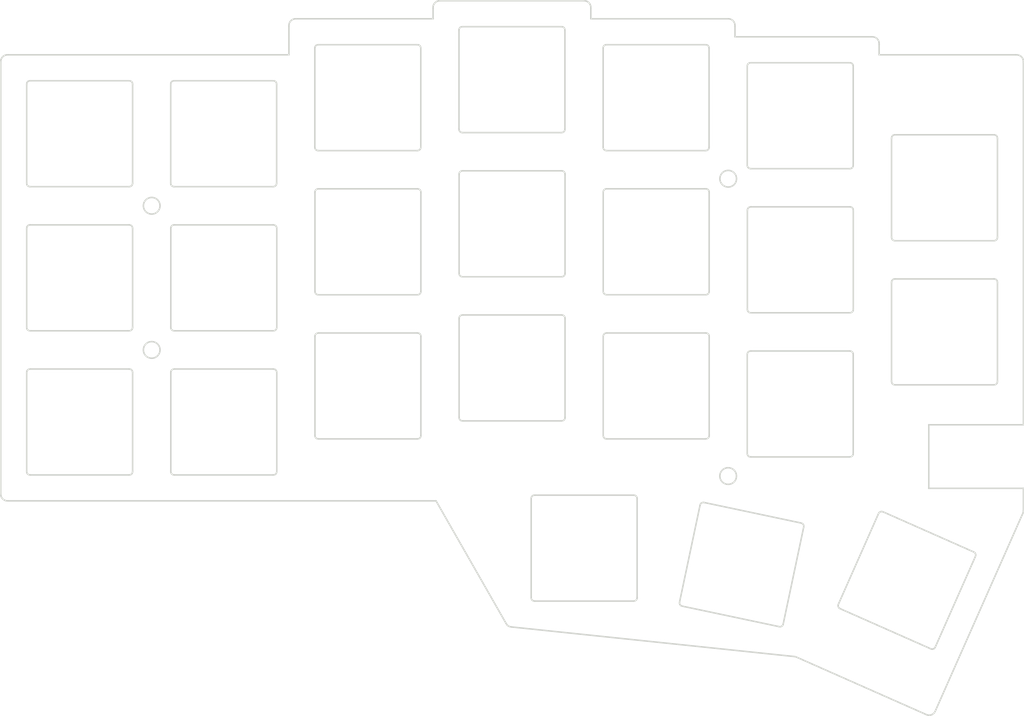
<source format=kicad_pcb>
(kicad_pcb (version 20221018) (generator pcbnew)

  (general
    (thickness 1.6)
  )

  (paper "A4")
  (title_block
    (date "2023-12-04")
  )

  (layers
    (0 "F.Cu" signal)
    (31 "B.Cu" signal)
    (32 "B.Adhes" user "B.Adhesive")
    (33 "F.Adhes" user "F.Adhesive")
    (34 "B.Paste" user)
    (35 "F.Paste" user)
    (36 "B.SilkS" user "B.Silkscreen")
    (37 "F.SilkS" user "F.Silkscreen")
    (38 "B.Mask" user)
    (39 "F.Mask" user)
    (40 "Dwgs.User" user "User.Drawings")
    (41 "Cmts.User" user "User.Comments")
    (42 "Eco1.User" user "User.Eco1")
    (43 "Eco2.User" user "User.Eco2")
    (44 "Edge.Cuts" user)
    (45 "Margin" user)
    (46 "B.CrtYd" user "B.Courtyard")
    (47 "F.CrtYd" user "F.Courtyard")
    (48 "B.Fab" user)
    (49 "F.Fab" user)
  )

  (setup
    (pad_to_mask_clearance 0.2)
    (aux_axis_origin 174 65.7)
    (grid_origin -4.262502 -16.16875)
    (pcbplotparams
      (layerselection 0x00010f0_ffffffff)
      (plot_on_all_layers_selection 0x0000000_00000000)
      (disableapertmacros false)
      (usegerberextensions true)
      (usegerberattributes false)
      (usegerberadvancedattributes false)
      (creategerberjobfile false)
      (dashed_line_dash_ratio 12.000000)
      (dashed_line_gap_ratio 3.000000)
      (svgprecision 6)
      (plotframeref false)
      (viasonmask false)
      (mode 1)
      (useauxorigin false)
      (hpglpennumber 1)
      (hpglpenspeed 20)
      (hpglpendiameter 15.000000)
      (dxfpolygonmode true)
      (dxfimperialunits true)
      (dxfusepcbnewfont true)
      (psnegative false)
      (psa4output false)
      (plotreference true)
      (plotvalue true)
      (plotinvisibletext false)
      (sketchpadsonfab false)
      (subtractmaskfromsilk false)
      (outputformat 1)
      (mirror false)
      (drillshape 0)
      (scaleselection 1)
      (outputdirectory "gerber-rodo/")
    )
  )

  (net 0 "")

  (gr_line (start -116.437449 5.304729) (end -103.437458 5.304738)
    (stroke (width 0.2) (type solid)) (layer "Edge.Cuts") (tstamp 00d3defd-c047-47c9-8292-1c4c9c838a32))
  (gr_curve (pts (xy -23.647391 -19.346015) (xy -23.566161 -19.277964) (xy -23.485437 -19.186319) (xy -23.426646 -19.073115))
    (stroke (width 0.2) (type solid)) (layer "Edge.Cuts") (tstamp 013138bd-a07b-4f69-b925-a06615e90efc))
  (gr_curve (pts (xy -65.142164 12.139182) (xy -65.08911 12.122568) (xy -65.041121 12.095974) (xy -64.996976 12.058992))
    (stroke (width 0.2) (type solid)) (layer "Edge.Cuts") (tstamp 01568db3-99b2-435a-9c87-1fbb8d76493d))
  (gr_curve (pts (xy -135.827931 5.406725) (xy -135.868546 5.440751) (xy -135.908908 5.486573) (xy -135.938303 5.543175))
    (stroke (width 0.2) (type solid)) (layer "Edge.Cuts") (tstamp 0168236b-eded-46fa-b838-d64d020261f4))
  (gr_curve (pts (xy -45.794759 33.22469) (xy -45.787515 33.178522) (xy -45.787515 33.134644) (xy -45.787515 33.092232))
    (stroke (width 0.2) (type solid)) (layer "Edge.Cuts") (tstamp 01e147c0-5577-4a80-ac4b-36dc94cefd58))
  (gr_line (start -69.312515 54.523363) (end -69.312515 41.523363)
    (stroke (width 0.2) (type solid)) (layer "Edge.Cuts") (tstamp 0282910d-65b7-4fbe-8a34-31a234ac20b3))
  (gr_curve (pts (xy -45.905338 -18.349938) (xy -45.939363 -18.390553) (xy -45.985186 -18.430915) (xy -46.041788 -18.460311))
    (stroke (width 0.2) (type solid)) (layer "Edge.Cuts") (tstamp 04310687-4503-4035-8432-72aa9143e223))
  (gr_curve (pts (xy -84.192164 14.520432) (xy -84.13911 14.503818) (xy -84.091121 14.477224) (xy -84.046977 14.440242))
    (stroke (width 0.2) (type solid)) (layer "Edge.Cuts") (tstamp 04842aef-3785-4592-9e69-44cb07db4aa8))
  (gr_curve (pts (xy -23.937766 -19.506396) (xy -23.831657 -19.473167) (xy -23.735679 -19.419979) (xy -23.647391 -19.346015))
    (stroke (width 0.2) (type solid)) (layer "Edge.Cuts") (tstamp 04bcc68e-e060-4271-ac03-283919510c2a))
  (gr_curve (pts (xy -40.746101 -15.757457) (xy -40.753346 -15.711289) (xy -40.753346 -15.667412) (xy -40.753346 -15.625))
    (stroke (width 0.2) (type solid)) (layer "Edge.Cuts") (tstamp 0536c7fa-1585-4f99-b7dc-635cd4a736df))
  (gr_curve (pts (xy -97.743823 -18.406012) (xy -97.784438 -18.371987) (xy -97.8248 -18.326164) (xy -97.854196 -18.269562))
    (stroke (width 0.2) (type solid)) (layer "Edge.Cuts") (tstamp 055b6be0-64d7-4252-928c-6fef3f55f72c))
  (gr_line (start -40.238504 2.924005) (end -27.238504 2.924005)
    (stroke (width 0.2) (type solid)) (layer "Edge.Cuts") (tstamp 057b73c0-cd8a-42ca-89be-77f643fe12b3))
  (gr_curve (pts (xy -103.305001 5.311983) (xy -103.351169 5.304738) (xy -103.395046 5.304738) (xy -103.437458 5.304738))
    (stroke (width 0.2) (type solid)) (layer "Edge.Cuts") (tstamp 057f127d-3bb9-4351-8fc6-b6d5fe182e8c))
  (gr_curve (pts (xy -7.846976 7.296492) (xy -7.806362 7.262466) (xy -7.766 7.216644) (xy -7.736604 7.160042))
    (stroke (width 0.2) (type solid)) (layer "Edge.Cuts") (tstamp 05f58596-cc52-4c94-a075-07223f891c7f))
  (gr_line (start -22.765832 43.249083) (end -10.878733 48.511864)
    (stroke (width 0.2) (type solid)) (layer "Edge.Cuts") (tstamp 06007355-141d-45cf-a162-39cb64fcfabd))
  (gr_curve (pts (xy -21.449012 26.399334) (xy -21.40248 26.4235) (xy -21.358403 26.4352) (xy -21.319911 26.44124))
    (stroke (width 0.2) (type solid)) (layer "Edge.Cuts") (tstamp 0602f3c8-6182-4139-a250-02cf57982e22))
  (gr_curve (pts (xy -55.334317 41.328073) (xy -55.350931 41.275019) (xy -55.377525 41.22703) (xy -55.414507 41.182886))
    (stroke (width 0.2) (type solid)) (layer "Edge.Cuts") (tstamp 065e748c-a38f-4efd-9aa9-68b2d5400bd2))
  (gr_curve (pts (xy -78.815652 11.856274) (xy -78.799038 11.909328) (xy -78.772443 11.957317) (xy -78.735461 12.001462))
    (stroke (width 0.2) (type solid)) (layer "Edge.Cuts") (tstamp 0665601c-2d05-4ed3-8919-264c3ff789f9))
  (gr_line (start -65.337454 31.210984) (end -78.337454 31.210984)
    (stroke (width 0.2) (type solid)) (layer "Edge.Cuts") (tstamp 06f1636a-e93a-47c9-830e-d57b98ff8ab4))
  (gr_circle (center -119.462454 21.829734) (end -118.362454 21.829734)
    (stroke (width 0.2) (type solid)) (fill none) (layer "Edge.Cuts") (tstamp 075fe4e4-817a-4a08-9a49-5185d9d2396f))
  (gr_curve (pts (xy -33.562291 44.73078) (xy -33.605961 44.714141) (xy -33.648889 44.705063) (xy -33.690384 44.696288))
    (stroke (width 0.2) (type solid)) (layer "Edge.Cuts") (tstamp 079525b0-7593-4372-84ce-f4226e09fc4c))
  (gr_curve (pts (xy -116.851353 0.094816) (xy -116.817328 0.135431) (xy -116.771505 0.175793) (xy -116.714903 0.205189))
    (stroke (width 0.2) (type solid)) (layer "Edge.Cuts") (tstamp 07b7aa24-293b-4437-8f86-82711e81e7a7))
  (gr_line (start -97.887454 14.042234) (end -97.887454 1.042234)
    (stroke (width 0.2) (type solid)) (layer "Edge.Cuts") (tstamp 07d26c9b-134f-4b3e-b6bc-b3be48e68585))
  (gr_curve (pts (xy -122.036603 38.116295) (xy -122.012437 38.069763) (xy -122.000737 38.025687) (xy -121.994697 37.987195))
    (stroke (width 0.2) (type solid)) (layer "Edge.Cuts") (tstamp 07e78960-b263-47b2-bb91-c2818c650833))
  (gr_curve (pts (xy -65.075896 -1.789866) (xy -65.122428 -1.814032) (xy -65.166505 -1.825731) (xy -65.204996 -1.831771))
    (stroke (width 0.2) (type solid)) (layer "Edge.Cuts") (tstamp 08538064-0adb-4efd-ba51-40bf87607568))
  (gr_line (start -84.387458 33.592238) (end -97.387452 33.592238)
    (stroke (width 0.2) (type solid)) (layer "Edge.Cuts") (tstamp 08a5ea8a-153a-415b-bbb7-f1437d0383b5))
  (gr_curve (pts (xy -116.699016 19.255588) (xy -116.652484 19.279754) (xy -116.608408 19.291454) (xy -116.569916 19.297494))
    (stroke (width 0.2) (type solid)) (layer "Edge.Cuts") (tstamp 08abc198-f262-46b8-841b-e63f8dc3d364))
  (gr_line (start -78.337454 -1.839016) (end -65.337454 -1.839016)
    (stroke (width 0.2) (type solid)) (layer "Edge.Cuts") (tstamp 099a962c-1809-4a0d-b025-50746ebf9495))
  (gr_curve (pts (xy -72.494656 58.173713) (xy -72.558918 58.099914) (xy -72.603066 58.022656) (xy -72.644369 57.950377))
    (stroke (width 0.2) (type solid)) (layer "Edge.Cuts") (tstamp 09c7571e-35d0-48f0-a217-046e03ddf301))
  (gr_line (start -84.403346 -4.508004) (end -97.403346 -4.508004)
    (stroke (width 0.2) (type solid)) (layer "Edge.Cuts") (tstamp 09c9a5a8-4198-42e4-aa5f-717e9c2e829a))
  (gr_curve (pts (xy -116.585803 0.247094) (xy -116.539635 0.254339) (xy -116.495758 0.254339) (xy -116.453346 0.254339))
    (stroke (width 0.2) (type solid)) (layer "Edge.Cuts") (tstamp 0a6b7d91-72ae-4a02-a781-f1ee7d51619b))
  (gr_line (start -59.787515 33.092232) (end -59.787515 20.092232)
    (stroke (width 0.2) (type solid)) (layer "Edge.Cuts") (tstamp 0aac6d4a-d458-45c8-baf4-55378995e847))
  (gr_line (start -135.487459 -13.745443) (end -122.487459 -13.745443)
    (stroke (width 0.2) (type solid)) (layer "Edge.Cuts") (tstamp 0ad5263e-af1c-4f0e-a02d-e3eb5337f6de))
  (gr_curve (pts (xy -16.546343 61.313355) (xy -16.490792 61.337949) (xy -16.431432 61.36423) (xy -16.358945 61.372479))
    (stroke (width 0.2) (type solid)) (layer "Edge.Cuts") (tstamp 0ae525a7-1465-44cd-8607-95d5cb6a78b4))
  (gr_curve (pts (xy -84.005338 -18.348482) (xy -84.039363 -18.389096) (xy -84.085186 -18.429459) (xy -84.141788 -18.458854))
    (stroke (width 0.2) (type solid)) (layer "Edge.Cuts") (tstamp 0afa68e3-bb95-4e7d-8b7e-ddedbe7ca0f9))
  (gr_line (start -78.837454 11.660984) (end -78.837454 -1.339016)
    (stroke (width 0.2) (type solid)) (layer "Edge.Cuts") (tstamp 0b167751-70f6-442a-90d7-3f0b1cc7798a))
  (gr_line (start -103.437459 19.304739) (end -116.437458 19.304739)
    (stroke (width 0.2) (type solid)) (layer "Edge.Cuts") (tstamp 0b4c9291-aaff-4ef8-a78a-f1c5459dc40b))
  (gr_curve (pts (xy -7.709256 12.753194) (xy -7.72587 12.70014) (xy -7.752464 12.652151) (xy -7.789446 12.608007))
    (stroke (width 0.2) (type solid)) (layer "Edge.Cuts") (tstamp 0b535421-0ad5-4286-8025-8fbdc3a47ee5))
  (gr_curve (pts (xy -78.837454 30.710984) (xy -78.837454 30.771736) (xy -78.837454 30.836653) (xy -78.815652 30.906274))
    (stroke (width 0.2) (type solid)) (layer "Edge.Cuts") (tstamp 0c0f3880-d0ac-4d0b-a515-7bb28e68aafc))
  (gr_curve (pts (xy -83.909256 0.846945) (xy -83.92587 0.79389) (xy -83.952464 0.745901) (xy -83.989447 0.701757))
    (stroke (width 0.2) (type solid)) (layer "Edge.Cuts") (tstamp 0d1e0666-11df-4032-bdf5-991d9b3e8bb9))
  (gr_line (start -34.384336 62.369967) (end -17.186286 69.984068)
    (stroke (width 0.2) (type solid)) (layer "Edge.Cuts") (tstamp 0d5a3348-b007-4389-bf4f-3fe9bb6443b8))
  (gr_curve (pts (xy -103.304995 24.361985) (xy -103.351163 24.35474) (xy -103.39504 24.35474) (xy -103.437453 24.35474))
    (stroke (width 0.2) (type solid)) (layer "Edge.Cuts") (tstamp 0e2327d9-f46e-4949-8f0d-d6e4f4bc61e9))
  (gr_curve (pts (xy -121.987454 5.804734) (xy -121.987454 5.743982) (xy -121.987454 5.679064) (xy -122.009256 5.609444))
    (stroke (width 0.2) (type solid)) (layer "Edge.Cuts") (tstamp 0e28018f-4a92-427a-9dc0-596811e09fd7))
  (gr_curve (pts (xy -59.422675 14.529513) (xy -59.376508 14.536757) (xy -59.33263 14.536757) (xy -59.290218 14.536757))
    (stroke (width 0.2) (type solid)) (layer "Edge.Cuts") (tstamp 0e487b8d-38d5-4962-a725-a38de2add9c1))
  (gr_curve (pts (xy -26.76059 -2.492542) (xy -26.753346 -2.53871) (xy -26.753346 -2.582588) (xy -26.753346 -2.625))
    (stroke (width 0.2) (type solid)) (layer "Edge.Cuts") (tstamp 0e507b20-a434-4717-988b-3632a0d87df4))
  (gr_curve (pts (xy -84.387454 14.542234) (xy -84.326703 14.542234) (xy -84.261785 14.542234) (xy -84.192164 14.520432))
    (stroke (width 0.2) (type solid)) (layer "Edge.Cuts") (tstamp 0e92cbc0-dec3-4d05-bbfd-29d5f9b567ae))
  (gr_curve (pts (xy -122.354995 24.361982) (xy -122.401163 24.354738) (xy -122.445041 24.354738) (xy -122.487453 24.354738))
    (stroke (width 0.2) (type solid)) (layer "Edge.Cuts") (tstamp 0f419cca-3908-4c83-b61e-6461bfcde48f))
  (gr_curve (pts (xy -21.687454 25.948484) (xy -21.687454 26.009235) (xy -21.687454 26.074153) (xy -21.665652 26.143774))
    (stroke (width 0.2) (type solid)) (layer "Edge.Cuts") (tstamp 0f95d3d6-7e13-4ecc-9e0a-984bb47ac393))
  (gr_curve (pts (xy -45.81059 -4.877003) (xy -45.803346 -4.923171) (xy -45.803346 -4.967049) (xy -45.803346 -5.009461))
    (stroke (width 0.2) (type solid)) (layer "Edge.Cuts") (tstamp 0facba5e-b3fb-44d4-8aab-89b0be0f38cf))
  (gr_line (start -82.278346 -23.314276) (end -82.278346 -21.933004)
    (stroke (width 0.2) (type solid)) (layer "Edge.Cuts") (tstamp 10822e78-c8fc-49a7-a73e-74c490716b1c))
  (gr_curve (pts (xy -97.64901 33.543088) (xy -97.602478 33.567254) (xy -97.558401 33.578954) (xy -97.51991 33.584994))
    (stroke (width 0.2) (type solid)) (layer "Edge.Cuts") (tstamp 10cc8ee5-4fcd-4651-8923-8d8c3e8c98c4))
  (gr_curve (pts (xy -135.682749 -13.723641) (xy -135.735803 -13.707027) (xy -135.783792 -13.680433) (xy -135.827937 -13.643451))
    (stroke (width 0.2) (type solid)) (layer "Edge.Cuts") (tstamp 10d8329f-feaf-4ea2-9a2f-b392eed01d0c))
  (gr_circle (center -119.462454 2.779733) (end -118.362454 2.779733)
    (stroke (width 0.2) (type solid)) (fill none) (layer "Edge.Cuts") (tstamp 113480db-3e24-43db-9fc9-5377c192b779))
  (gr_curve (pts (xy -138.412456 41.779738) (xy -138.533959 41.779738) (xy -138.663795 41.779738) (xy -138.803036 41.736134))
    (stroke (width 0.2) (type solid)) (layer "Edge.Cuts") (tstamp 11a5df2d-f769-4ff7-a023-2676cac28fb8))
  (gr_curve (pts (xy -28.732798 55.743583) (xy -28.718128 55.794495) (xy -28.692567 55.849953) (xy -28.652711 55.899746))
    (stroke (width 0.2) (type solid)) (layer "Edge.Cuts") (tstamp 1232d4e8-2a7b-412d-a30b-e43e2d8255b1))
  (gr_curve (pts (xy -102.937453 24.85474) (xy -102.937453 24.793989) (xy -102.937453 24.729071) (xy -102.959255 24.65945))
    (stroke (width 0.2) (type solid)) (layer "Edge.Cuts") (tstamp 124d5419-6059-4d92-99c5-7a3c5083e4f4))
  (gr_curve (pts (xy -102.959261 5.609448) (xy -102.975875 5.556394) (xy -103.002469 5.508405) (xy -103.039451 5.464261))
    (stroke (width 0.2) (type solid)) (layer "Edge.Cuts") (tstamp 12ef1e33-b61c-452d-9fb7-4d959062e348))
  (gr_line (start -55.812515 55.023363) (end -68.812515 55.023363)
    (stroke (width 0.2) (type solid)) (layer "Edge.Cuts") (tstamp 13073389-5701-45de-854d-36d419ceddad))
  (gr_curve (pts (xy -26.753346 22.473363) (xy -26.753346 22.412612) (xy -26.753346 22.347694) (xy -26.775148 22.278073))
    (stroke (width 0.2) (type solid)) (layer "Edge.Cuts") (tstamp 13148475-766f-4cd6-89b6-8f1b1278c498))
  (gr_curve (pts (xy -84.192162 33.570436) (xy -84.139108 33.553822) (xy -84.091119 33.527228) (xy -84.046975 33.490246))
    (stroke (width 0.2) (type solid)) (layer "Edge.Cuts") (tstamp 13178980-6266-463c-8d74-3fdd8a44162e))
  (gr_curve (pts (xy -116.915657 19.000028) (xy -116.899042 19.053082) (xy -116.872448 19.101071) (xy -116.835466 19.145216))
    (stroke (width 0.2) (type solid)) (layer "Edge.Cuts") (tstamp 13ee10e8-a841-41e4-8cdc-9c0e2f445158))
  (gr_curve (pts (xy -64.844698 11.793442) (xy -64.837454 11.747274) (xy -64.837454 11.703396) (xy -64.837454 11.660984))
    (stroke (width 0.2) (type solid)) (layer "Edge.Cuts") (tstamp 147a86d2-02d0-4c43-a0b9-2e810c2c5f77))
  (gr_circle (center -43.278346 38.498363) (end -42.178346 38.498363)
    (stroke (width 0.2) (type solid)) (fill none) (layer "Edge.Cuts") (tstamp 155efd52-e4b6-486a-86ab-c174bf4a8f2c))
  (gr_curve (pts (xy -40.253346 21.973363) (xy -40.314097 21.973363) (xy -40.379015 21.973363) (xy -40.448635 21.995165))
    (stroke (width 0.2) (type solid)) (layer "Edge.Cuts") (tstamp 15915e73-3c23-4411-85ba-6ab28825f110))
  (gr_line (start -43.378346 -21.934461) (end -61.428346 -21.934461)
    (stroke (width 0.2) (type solid)) (layer "Edge.Cuts") (tstamp 1607ff18-5569-4449-8ede-9ae022fc5dd0))
  (gr_curve (pts (xy -103.039451 5.464261) (xy -103.073476 5.423646) (xy -103.119299 5.383284) (xy -103.175901 5.353888))
    (stroke (width 0.2) (type solid)) (layer "Edge.Cuts") (tstamp 1608ecb9-eb4b-44c8-95e0-c755af742499))
  (gr_curve (pts (xy -135.619912 19.297489) (xy -135.573744 19.304734) (xy -135.529866 19.304734) (xy -135.487454 19.304734))
    (stroke (width 0.2) (type solid)) (layer "Edge.Cuts") (tstamp 162defdd-07d0-44e5-b788-f1fa053fc8ab))
  (gr_line (start -26.753346 -15.625) (end -26.753346 -2.625)
    (stroke (width 0.2) (type solid)) (layer "Edge.Cuts") (tstamp 1675da13-cd91-49fa-bd44-e601a9251341))
  (gr_line (start -71.880134 58.448814) (end -34.384336 62.369967)
    (stroke (width 0.2) (type solid)) (layer "Edge.Cuts") (tstamp 169a1c12-ba0e-4231-aaf2-03eba4a50a04))
  (gr_curve (pts (xy -135.619917 0.247312) (xy -135.573749 0.254557) (xy -135.529871 0.254557) (xy -135.487459 0.254557))
    (stroke (width 0.2) (type solid)) (layer "Edge.Cuts") (tstamp 182a22cd-abae-458f-82a6-d27a0640b177))
  (gr_curve (pts (xy -122.009261 -13.440733) (xy -122.025875 -13.493787) (xy -122.05247 -13.541776) (xy -122.089452 -13.58592))
    (stroke (width 0.2) (type solid)) (layer "Edge.Cuts") (tstamp 1836dd57-212c-48f3-9667-fd1ca0e8a9e3))
  (gr_curve (pts (xy -83.887452 20.092238) (xy -83.887452 20.031487) (xy -83.887452 19.966569) (xy -83.909254 19.896948))
    (stroke (width 0.2) (type solid)) (layer "Edge.Cuts") (tstamp 18705cce-58ba-4453-b188-5daa9db6c453))
  (gr_curve (pts (xy -122.036604 19.066291) (xy -122.012438 19.019759) (xy -122.000739 18.975683) (xy -121.994699 18.937191))
    (stroke (width 0.2) (type solid)) (layer "Edge.Cuts") (tstamp 1886f947-f627-4438-9476-225418be14aa))
  (gr_curve (pts (xy -45.809317 19.896943) (xy -45.825931 19.843888) (xy -45.852525 19.795899) (xy -45.889507 19.751755))
    (stroke (width 0.2) (type solid)) (layer "Edge.Cuts") (tstamp 18b315de-a906-4fbd-a429-4076bb679186))
  (gr_curve (pts (xy -26.898026 16.822012) (xy -26.857411 16.787987) (xy -26.817049 16.742164) (xy -26.787654 16.685562))
    (stroke (width 0.2) (type solid)) (layer "Edge.Cuts") (tstamp 19a53b6d-ac9c-4616-a035-ba850240b853))
  (gr_line (start -65.353346 -6.889276) (end -78.353346 -6.889276)
    (stroke (width 0.2) (type solid)) (layer "Edge.Cuts") (tstamp 1a3ebe49-0478-4142-b2ec-739f8b756ffd))
  (gr_line (start -135.487449 24.35473) (end -122.487457 24.354738)
    (stroke (width 0.2) (type solid)) (layer "Edge.Cuts") (tstamp 1a424ebf-c5c3-40a9-aa26-1215e4f6d3c4))
  (gr_curve (pts (xy -116.777926 5.406721) (xy -116.818541 5.440746) (xy -116.858903 5.486569) (xy -116.888299 5.543171))
    (stroke (width 0.2) (type solid)) (layer "Edge.Cuts") (tstamp 1a5c4b31-6ea2-4892-8c82-3484d7bc0b3f))
  (gr_curve (pts (xy -102.937459 5.804738) (xy -102.937459 5.743987) (xy -102.937459 5.679069) (xy -102.959261 5.609448))
    (stroke (width 0.2) (type solid)) (layer "Edge.Cuts") (tstamp 1a67f0d6-0a60-4471-aa14-5709dc3c886c))
  (gr_curve (pts (xy -40.753346 -2.625) (xy -40.753346 -2.564248) (xy -40.753346 -2.499331) (xy -40.731544 -2.42971))
    (stroke (width 0.2) (type solid)) (layer "Edge.Cuts") (tstamp 1ae268f2-e16d-4ceb-940f-45a98025c6e4))
  (gr_line (start -40.738504 16.424005) (end -40.738504 3.424005)
    (stroke (width 0.2) (type solid)) (layer "Edge.Cuts") (tstamp 1b0be487-bf53-4647-bcec-8ddba8ed3ef5))
  (gr_curve (pts (xy -78.693823 -20.787283) (xy -78.734438 -20.753258) (xy -78.7748 -20.707435) (xy -78.804196 -20.650833))
    (stroke (width 0.2) (type solid)) (layer "Edge.Cuts") (tstamp 1b46dc07-7497-4733-af46-2ffdb09ac5f4))
  (gr_line (start -116.937458 18.804738) (end -116.937449 5.804729)
    (stroke (width 0.2) (type solid)) (layer "Edge.Cuts") (tstamp 1bef7c62-2b3e-4a3d-b425-52d02bc626e4))
  (gr_curve (pts (xy -40.370961 16.91676) (xy -40.324793 16.924005) (xy -40.280916 16.924005) (xy -40.238504 16.924005))
    (stroke (width 0.2) (type solid)) (layer "Edge.Cuts") (tstamp 1c6b767d-f04a-4407-92fd-09df7e447b68))
  (gr_curve (pts (xy -59.754196 -18.271019) (xy -59.778362 -18.224487) (xy -59.790061 -18.18041) (xy -59.796101 -18.141918))
    (stroke (width 0.2) (type solid)) (layer "Edge.Cuts") (tstamp 1ca7f22f-85c8-46e6-82eb-f1280c0df802))
  (gr_line (start -139.412463 -16.170415) (end -139.412456 40.779738)
    (stroke (width 0.2) (type solid)) (layer "Edge.Cuts") (tstamp 1cb5779c-8572-475d-9542-a6ecc469ced9))
  (gr_curve (pts (xy -135.965657 -0.050153) (xy -135.949043 0.002901) (xy -135.922449 0.05089) (xy -135.885467 0.095034))
    (stroke (width 0.2) (type solid)) (layer "Edge.Cuts") (tstamp 1d5c19d9-1795-4764-9443-207132f67f14))
  (gr_curve (pts (xy -26.775148 -15.82029) (xy -26.791762 -15.873344) (xy -26.818356 -15.921333) (xy -26.855338 -15.965477))
    (stroke (width 0.2) (type solid)) (layer "Edge.Cuts") (tstamp 1d84853c-4778-43b5-bf06-ee5d1ac3aef1))
  (gr_curve (pts (xy -135.987459 -0.245443) (xy -135.987459 -0.184692) (xy -135.987459 -0.119774) (xy -135.965657 -0.050153))
    (stroke (width 0.2) (type solid)) (layer "Edge.Cuts") (tstamp 1dc4c3c8-2d13-4a80-bd9c-39caa5a893be))
  (gr_line (start -46.303346 -4.509461) (end -59.303346 -4.509461)
    (stroke (width 0.2) (type solid)) (layer "Edge.Cuts") (tstamp 1e4ca3f1-464c-4ed9-9244-26dc4eaf3969))
  (gr_curve (pts (xy -23.342835 -18.814915) (xy -23.328346 -18.722579) (xy -23.328346 -18.634824) (xy -23.328346 -18.55))
    (stroke (width 0.2) (type solid)) (layer "Edge.Cuts") (tstamp 1eb7f74c-17c7-47d4-ae27-66bc46eb2421))
  (gr_line (start -23.328346 -17.16875) (end -23.328346 -18.55)
    (stroke (width 0.2) (type solid)) (layer "Edge.Cuts") (tstamp 1eef421e-0070-4420-87c3-bba1ac182f7e))
  (gr_line (start -46.409121 42.006731) (end -33.690384 44.696288)
    (stroke (width 0.2) (type solid)) (layer "Edge.Cuts") (tstamp 1f2a0c79-64f8-453e-b2b0-07dc80950c6f))
  (gr_curve (pts (xy -122.225901 -13.696293) (xy -122.272433 -13.720459) (xy -122.31651 -13.732158) (xy -122.355002 -13.738198))
    (stroke (width 0.2) (type solid)) (layer "Edge.Cuts") (tstamp 1f5a9fd9-8ba2-4da6-8d4c-6ccfef87ce09))
  (gr_curve (pts (xy -78.846101 -20.521733) (xy -78.853346 -20.475565) (xy -78.853346 -20.431688) (xy -78.853346 -20.389276))
    (stroke (width 0.2) (type solid)) (layer "Edge.Cuts") (tstamp 1f7d1086-edb5-4e75-8c81-6c07ff303adc))
  (gr_curve (pts (xy -116.915651 38.05003) (xy -116.899036 38.103084) (xy -116.872442 38.151073) (xy -116.83546 38.195218))
    (stroke (width 0.2) (type solid)) (layer "Edge.Cuts") (tstamp 1f8ace33-470d-4f9e-8545-d590974ee486))
  (gr_curve (pts (xy -83.952496 -4.746447) (xy -83.92833 -4.792978) (xy -83.91663 -4.837055) (xy -83.91059 -4.875547))
    (stroke (width 0.2) (type solid)) (layer "Edge.Cuts") (tstamp 1fa6b6b2-6451-41d3-bf60-962ac11f0e7d))
  (gr_line (start -45.787515 20.092232) (end -45.787515 33.092232)
    (stroke (width 0.2) (type solid)) (layer "Edge.Cuts") (tstamp 1fb082ed-7679-490d-8e34-2ec8bee78c4d))
  (gr_curve (pts (xy -116.632742 24.376542) (xy -116.685797 24.393156) (xy -116.733786 24.419751) (xy -116.77793 24.456733))
    (stroke (width 0.2) (type solid)) (layer "Edge.Cuts") (tstamp 1fe895ce-8776-4c51-b4e3-1e805183eae0))
  (gr_curve (pts (xy -78.337454 -1.839016) (xy -78.398205 -1.839016) (xy -78.463123 -1.839016) (xy -78.532744 -1.817214))
    (stroke (width 0.2) (type solid)) (layer "Edge.Cuts") (tstamp 202dc380-b3f3-46d7-ba6e-0d982bb0d4cc))
  (gr_curve (pts (xy -45.836665 33.35379) (xy -45.812499 33.307258) (xy -45.800799 33.263181) (xy -45.794759 33.22469))
    (stroke (width 0.2) (type solid)) (layer "Edge.Cuts") (tstamp 20d18b73-ac65-43d5-8390-db6e53d39db8))
  (gr_line (start -116.937458 37.854738) (end -116.937453 24.85474)
    (stroke (width 0.2) (type solid)) (layer "Edge.Cuts") (tstamp 21185bf3-ef69-436e-8a01-4d5340a9deaa))
  (gr_curve (pts (xy -122.292163 38.332936) (xy -122.239109 38.316322) (xy -122.19112 38.289727) (xy -122.146975 38.252745))
    (stroke (width 0.2) (type solid)) (layer "Edge.Cuts") (tstamp 229c2517-dac1-4086-b929-afda39b6cadf))
  (gr_curve (pts (xy -64.996977 31.108992) (xy -64.956362 31.074967) (xy -64.916 31.029144) (xy -64.886604 30.972542))
    (stroke (width 0.2) (type solid)) (layer "Edge.Cuts") (tstamp 22ae9c5a-baf2-47cd-98c2-850ea4305aa2))
  (gr_curve (pts (xy -84.403346 -4.508004) (xy -84.342594 -4.508004) (xy -84.277676 -4.508004) (xy -84.208056 -4.529806))
    (stroke (width 0.2) (type solid)) (layer "Edge.Cuts") (tstamp 22cbc510-10a5-4530-a282-baf84b792178))
  (gr_curve (pts (xy -64.886604 11.922542) (xy -64.862438 11.87601) (xy -64.850738 11.831933) (xy -64.844698 11.793442))
    (stroke (width 0.2) (type solid)) (layer "Edge.Cuts") (tstamp 2310ea9d-35d9-49ea-a801-0cc801602b90))
  (gr_curve (pts (xy -122.009256 5.609444) (xy -122.02587 5.55639) (xy -122.052465 5.5084) (xy -122.089447 5.464256))
    (stroke (width 0.2) (type solid)) (layer "Edge.Cuts") (tstamp 23252f73-5d41-4640-94be-c03662918536))
  (gr_curve (pts (xy -26.760306 3.228715) (xy -26.77692 3.175661) (xy -26.803514 3.127672) (xy -26.840496 3.083527))
    (stroke (width 0.2) (type solid)) (layer "Edge.Cuts") (tstamp 2325aa85-d979-4304-a28c-14af48004200))
  (gr_curve (pts (xy -97.896101 -18.140462) (xy -97.903346 -18.094294) (xy -97.903346 -18.050416) (xy -97.903346 -18.008004))
    (stroke (width 0.2) (type solid)) (layer "Edge.Cuts") (tstamp 232c88cb-5eda-4d1a-a970-8fb2637a723b))
  (gr_curve (pts (xy -100.851461 -21.834704) (xy -100.758397 -21.883036) (xy -100.670244 -21.906435) (xy -100.593261 -21.918515))
    (stroke (width 0.2) (type solid)) (layer "Edge.Cuts") (tstamp 23534cf5-abda-48c5-9285-c12f45b3f5fd))
  (gr_curve (pts (xy -59.790218 14.036757) (xy -59.790218 14.097509) (xy -59.790218 14.162426) (xy -59.768416 14.232047))
    (stroke (width 0.2) (type solid)) (layer "Edge.Cuts") (tstamp 235c14ce-8068-4fb0-b938-f36954ac62f7))
  (gr_curve (pts (xy -64.86059 -7.256818) (xy -64.853346 -7.302986) (xy -64.853346 -7.346864) (xy -64.853346 -7.389276))
    (stroke (width 0.2) (type solid)) (layer "Edge.Cuts") (tstamp 255e2158-566d-403b-9c32-0c15858c256e))
  (gr_curve (pts (xy -97.903346 -5.008004) (xy -97.903346 -4.947253) (xy -97.903346 -4.882335) (xy -97.881544 -4.812714))
    (stroke (width 0.2) (type solid)) (layer "Edge.Cuts") (tstamp 25b7ce8c-e4b9-4357-83b3-afaf8bbb4337))
  (gr_curve (pts (xy -69.210522 54.86384) (xy -69.176497 54.904455) (xy -69.130674 54.944817) (xy -69.074072 54.974213))
    (stroke (width 0.2) (type solid)) (layer "Edge.Cuts") (tstamp 25bc7572-62e1-4f67-9813-f27cc0bffa7c))
  (gr_curve (pts (xy -46.108056 -4.531263) (xy -46.055002 -4.547877) (xy -46.007012 -4.574471) (xy -45.962868 -4.611453))
    (stroke (width 0.2) (type solid)) (layer "Edge.Cuts") (tstamp 263ce216-02bc-4cc8-83d9-588524820560))
  (gr_curve (pts (xy -135.74901 38.305588) (xy -135.702478 38.329754) (xy -135.658402 38.341453) (xy -135.61991 38.347493))
    (stroke (width 0.2) (type solid)) (layer "Edge.Cuts") (tstamp 26a31a2e-f436-434b-8ae6-2d91154e461f))
  (gr_curve (pts (xy -84.387452 33.592238) (xy -84.326701 33.592238) (xy -84.261783 33.592238) (xy -84.192162 33.570436))
    (stroke (width 0.2) (type solid)) (layer "Edge.Cuts") (tstamp 26d407f0-fda6-4790-88aa-e7665e4a8c77))
  (gr_curve (pts (xy -97.78546 33.432716) (xy -97.751434 33.47333) (xy -97.705612 33.513692) (xy -97.64901 33.543088))
    (stroke (width 0.2) (type solid)) (layer "Edge.Cuts") (tstamp 27149565-867a-4ce4-a53a-e0fdd1ef9075))
  (gr_line (start -122.487458 38.354738) (end -135.487453 38.354738)
    (stroke (width 0.2) (type solid)) (layer "Edge.Cuts") (tstamp 281f5abd-66bf-4fc4-b8e7-d42731a199e2))
  (gr_curve (pts (xy -64.844699 30.843442) (xy -64.837454 30.797274) (xy -64.837454 30.753396) (xy -64.837454 30.710984))
    (stroke (width 0.2) (type solid)) (layer "Edge.Cuts") (tstamp 2925ba1d-2326-4ca9-80cd-0435d13c83db))
  (gr_curve (pts (xy -65.337454 12.160984) (xy -65.276703 12.160984) (xy -65.211785 12.160984) (xy -65.142164 12.139182))
    (stroke (width 0.2) (type solid)) (layer "Edge.Cuts") (tstamp 29569a7e-f1e2-47d6-828d-d947dad9bb9b))
  (gr_curve (pts (xy -103.191788 -13.696511) (xy -103.23832 -13.720677) (xy -103.282397 -13.732377) (xy -103.320888 -13.738417))
    (stroke (width 0.2) (type solid)) (layer "Edge.Cuts") (tstamp 2aa57bad-d595-4115-a1b0-81c1d23da9cd))
  (gr_curve (pts (xy -36.096404 58.253382) (xy -36.063134 58.212857) (xy -36.042568 58.172154) (xy -36.028695 58.135745))
    (stroke (width 0.2) (type solid)) (layer "Edge.Cuts") (tstamp 2b072f17-cc7a-476d-a34e-33297ca1fb02))
  (gr_curve (pts (xy -97.880208 19.959781) (xy -97.887452 20.005948) (xy -97.887452 20.049826) (xy -97.887452 20.092238))
    (stroke (width 0.2) (type solid)) (layer "Edge.Cuts") (tstamp 2b15001e-fe08-41b2-b909-8c6294afaa3b))
  (gr_curve (pts (xy -7.846976 26.346492) (xy -7.806362 26.312466) (xy -7.766 26.266644) (xy -7.736604 26.210042))
    (stroke (width 0.2) (type solid)) (layer "Edge.Cuts") (tstamp 2b5a2d93-8ba4-4d2a-b8ed-20a8474cc4ed))
  (gr_curve (pts (xy -21.665652 7.093774) (xy -21.649038 7.146828) (xy -21.622443 7.194817) (xy -21.585461 7.238962))
    (stroke (width 0.2) (type solid)) (layer "Edge.Cuts") (tstamp 2ba89877-1860-4bf4-9345-a0671b745871))
  (gr_curve (pts (xy -116.83546 38.195218) (xy -116.801435 38.235832) (xy -116.755612 38.276195) (xy -116.69901 38.30559))
    (stroke (width 0.2) (type solid)) (layer "Edge.Cuts") (tstamp 2bb17085-bc78-41ab-98cd-cc80ce173a10))
  (gr_curve (pts (xy -21.319911 26.44124) (xy -21.273744 26.448484) (xy -21.229866 26.448484) (xy -21.187454 26.448484))
    (stroke (width 0.2) (type solid)) (layer "Edge.Cuts") (tstamp 2c5f7312-1211-4991-9d19-14d745fc7ba4))
  (gr_curve (pts (xy -40.651353 35.81384) (xy -40.617328 35.854455) (xy -40.571505 35.894817) (xy -40.514903 35.924213))
    (stroke (width 0.2) (type solid)) (layer "Edge.Cuts") (tstamp 2cfaf2dc-49e0-4718-95d8-9a6232140061))
  (gr_curve (pts (xy -135.938309 -13.507001) (xy -135.962475 -13.460469) (xy -135.974175 -13.416392) (xy -135.980215 -13.3779))
    (stroke (width 0.2) (type solid)) (layer "Edge.Cuts") (tstamp 2d000aa8-6367-436d-af9b-c3ad9ff72881))
  (gr_curve (pts (xy -103.002496 0.015896) (xy -102.97833 -0.030636) (xy -102.96663 -0.074712) (xy -102.96059 -0.113204))
    (stroke (width 0.2) (type solid)) (layer "Edge.Cuts") (tstamp 2d60aa6e-4ee8-413d-8f24-ee95fd53830d))
  (gr_curve (pts (xy -103.242163 38.332938) (xy -103.189108 38.316324) (xy -103.141119 38.28973) (xy -103.096975 38.252748))
    (stroke (width 0.2) (type solid)) (layer "Edge.Cuts") (tstamp 2db288b8-220c-4e6d-96c8-77455fc3c964))
  (gr_curve (pts (xy -139.093411 41.575753) (xy -139.174641 41.507702) (xy -139.255365 41.416057) (xy -139.314156 41.302853))
    (stroke (width 0.2) (type solid)) (layer "Edge.Cuts") (tstamp 2ea9b89b-c0c3-43a4-8663-c8f6d4240503))
  (gr_curve (pts (xy -16.938184 70.078065) (xy -17.02848 70.053933) (xy -17.108723 70.018407) (xy -17.186286 69.984068))
    (stroke (width 0.2) (type solid)) (layer "Edge.Cuts") (tstamp 2ec641cd-5eb9-498c-951a-22b4f79c976e))
  (gr_curve (pts (xy -121.994697 37.987195) (xy -121.987453 37.941027) (xy -121.987453 37.89715) (xy -121.987453 37.854738))
    (stroke (width 0.2) (type solid)) (layer "Edge.Cuts") (tstamp 2ef3c723-4b35-4720-9353-ed12a330bb7e))
  (gr_line (start -15.867064 69.474505) (end -4.34811 43.456521)
    (stroke (width 0.2) (type solid)) (layer "Edge.Cuts") (tstamp 2fb202ed-7517-414e-9171-e0ea0e76e12c))
  (gr_line (start -4.262502 40.124664) (end -4.262502 43.051692)
    (stroke (width 0.2) (type default)) (layer "Edge.Cuts") (tstamp 3058227e-3a45-4e6a-948a-d16069a5269a))
  (gr_line (start -83.887458 20.092238) (end -83.887458 33.092238)
    (stroke (width 0.2) (type solid)) (layer "Edge.Cuts") (tstamp 30677eb3-c622-4d04-bb00-c483632c6faa))
  (gr_line (start -8.187454 26.448484) (end -21.187454 26.448484)
    (stroke (width 0.2) (type solid)) (layer "Edge.Cuts") (tstamp 30e46b71-478d-411d-aff2-9998b12525c9))
  (gr_curve (pts (xy -59.485508 0.558559) (xy -59.538562 0.575174) (xy -59.586551 0.601768) (xy -59.630695 0.63875))
    (stroke (width 0.2) (type solid)) (layer "Edge.Cuts") (tstamp 30f692fd-8cf9-43db-8ef5-01d6bb6c14fd))
  (gr_line (start -27.253346 -2.125) (end -40.253346 -2.125)
    (stroke (width 0.2) (type solid)) (layer "Edge.Cuts") (tstamp 323b2e18-af87-4dc4-853c-ccdbe3bfac31))
  (gr_curve (pts (xy -135.487453 5.304733) (xy -135.548205 5.304733) (xy -135.613123 5.304733) (xy -135.682743 5.326535))
    (stroke (width 0.2) (type solid)) (layer "Edge.Cuts") (tstamp 33deaa7e-41db-4b26-a350-94cf6620e4a7))
  (gr_curve (pts (xy -40.716702 16.619295) (xy -40.700088 16.672349) (xy -40.673493 16.720338) (xy -40.636511 16.764482))
    (stroke (width 0.2) (type solid)) (layer "Edge.Cuts") (tstamp 340b9af4-d429-45e9-918f-6831ca9a35a3))
  (gr_curve (pts (xy -135.82793 24.45673) (xy -135.868545 24.490755) (xy -135.908907 24.536578) (xy -135.938303 24.59318))
    (stroke (width 0.2) (type solid)) (layer "Edge.Cuts") (tstamp 3420647c-7ada-4481-b8f2-37fe3ffa4ded))
  (gr_curve (pts (xy -4.581548 -16.964765) (xy -4.500318 -16.896714) (xy -4.419594 -16.805069) (xy -4.360803 -16.691865))
    (stroke (width 0.2) (type solid)) (layer "Edge.Cuts") (tstamp 343c81f6-bdeb-4bec-af6d-917a1a19d59c))
  (gr_curve (pts (xy -102.986609 19.066296) (xy -102.962443 19.019764) (xy -102.950743 18.975688) (xy -102.944703 18.937196))
    (stroke (width 0.2) (type solid)) (layer "Edge.Cuts") (tstamp 3477f782-11d5-405b-8f92-774c76bee28f))
  (gr_line (start -78.853346 -7.389276) (end -78.853346 -20.389276)
    (stroke (width 0.2) (type solid)) (layer "Edge.Cuts") (tstamp 34a8d9d8-1daf-41e8-a362-18d408ece867))
  (gr_curve (pts (xy -27.253346 35.973363) (xy -27.192594 35.973363) (xy -27.127676 35.973363) (xy -27.058056 35.951561))
    (stroke (width 0.2) (type solid)) (layer "Edge.Cuts") (tstamp 357492db-8dcc-42c2-8611-634c3cbfdd42))
  (gr_curve (pts (xy -78.599012 12.111834) (xy -78.55248 12.136) (xy -78.508403 12.1477) (xy -78.469911 12.15374))
    (stroke (width 0.2) (type solid)) (layer "Edge.Cuts") (tstamp 3576ae84-6904-4d88-b32a-3aae6e807f39))
  (gr_curve (pts (xy -42.392835 -21.199376) (xy -42.378346 -21.10704) (xy -42.378346 -21.019285) (xy -42.378346 -20.934461))
    (stroke (width 0.2) (type solid)) (layer "Edge.Cuts") (tstamp 35a78bbe-38d7-4dab-85e3-c7aef4901f08))
  (gr_curve (pts (xy -69.290713 54.718653) (xy -69.274099 54.771707) (xy -69.247504 54.819696) (xy -69.210522 54.86384))
    (stroke (width 0.2) (type solid)) (layer "Edge.Cuts") (tstamp 35f17d9f-99d3-4b62-bc53-48cb89cb2a35))
  (gr_curve (pts (xy -122.487459 0.254557) (xy -122.426708 0.254557) (xy -122.36179 0.254557) (xy -122.292169 0.232755))
    (stroke (width 0.2) (type solid)) (layer "Edge.Cuts") (tstamp 3657e37f-124c-443c-bbde-6e6417edb78a))
  (gr_line (start -42.378346 -19.55) (end -42.378346 -20.934461)
    (stroke (width 0.2) (type solid)) (layer "Edge.Cuts") (tstamp 36d83389-91a9-4ee1-a524-e5fba7332450))
  (gr_curve (pts (xy -46.604696 41.987657) (xy -46.66004 41.992936) (xy -46.712493 42.009026) (xy -46.763333 42.036075))
    (stroke (width 0.2) (type solid)) (layer "Edge.Cuts") (tstamp 37483ee8-08d4-41a6-8b24-9b0a644104b9))
  (gr_curve (pts (xy -103.258056 0.232537) (xy -103.205002 0.215922) (xy -103.157012 0.189328) (xy -103.112868 0.152346))
    (stroke (width 0.2) (type solid)) (layer "Edge.Cuts") (tstamp 37d2a952-8c8c-433c-8dff-eeb51645214a))
  (gr_curve (pts (xy -101.284742 -21.323584) (xy -101.251513 -21.429692) (xy -101.198325 -21.52567) (xy -101.124361 -21.613959))
    (stroke (width 0.2) (type solid)) (layer "Edge.Cuts") (tstamp 38ab811d-d23d-4bfc-8d44-7516983b502c))
  (gr_curve (pts (xy -59.685522 33.43271) (xy -59.651497 33.473325) (xy -59.605674 33.513687) (xy -59.549072 33.543082))
    (stroke (width 0.2) (type solid)) (layer "Edge.Cuts") (tstamp 38d4102a-1ce8-44e8-83d0-dc74611209bc))
  (gr_curve (pts (xy -97.649012 14.493084) (xy -97.60248 14.51725) (xy -97.558403 14.52895) (xy -97.519912 14.53499))
    (stroke (width 0.2) (type solid)) (layer "Edge.Cuts") (tstamp 38f5c3c0-792f-45cd-96cb-4dc7b624f67e))
  (gr_line (start -122.487454 19.304734) (end -135.487454 19.304734)
    (stroke (width 0.2) (type solid)) (layer "Edge.Cuts") (tstamp 391237a6-4a6c-45fb-9b11-5823c37188f6))
  (gr_curve (pts (xy -116.904196 -13.507219) (xy -116.928362 -13.460687) (xy -116.940061 -13.41661) (xy -116.946101 -13.378119))
    (stroke (width 0.2) (type solid)) (layer "Edge.Cuts") (tstamp 395ca9f1-16cf-4adb-829a-0169f22cc606))
  (gr_curve (pts (xy -4.360803 -16.691865) (xy -4.312471 -16.598801) (xy -4.289072 -16.510648) (xy -4.276992 -16.433665))
    (stroke (width 0.2) (type solid)) (layer "Edge.Cuts") (tstamp 3969b5ca-dbba-4f86-8bca-685466109488))
  (gr_curve (pts (xy -59.782973 0.9043) (xy -59.790218 0.950468) (xy -59.790218 0.994345) (xy -59.790218 1.036757))
    (stroke (width 0.2) (type solid)) (layer "Edge.Cuts") (tstamp 3a8c9692-71bb-4c3c-9936-1cdec070ca2a))
  (gr_curve (pts (xy -65.220888 -20.882031) (xy -65.267056 -20.889276) (xy -65.310934 -20.889276) (xy -65.353346 -20.889276))
    (stroke (width 0.2) (type solid)) (layer "Edge.Cuts") (tstamp 3b266da9-34b0-4923-8335-0838dcea7852))
  (gr_line (start -78.353346 -20.889276) (end -65.353346 -20.889276)
    (stroke (width 0.2) (type solid)) (layer "Edge.Cuts") (tstamp 3b32df21-05f7-43ca-a7e3-73a5238682de))
  (gr_curve (pts (xy -16.193724 61.35793) (xy -16.142811 61.343259) (xy -16.087354 61.317699) (xy -16.037561 61.277843))
    (stroke (width 0.2) (type solid)) (layer "Edge.Cuts") (tstamp 3c32ebfb-9297-471f-9468-4dbe98b43919))
  (gr_curve (pts (xy -122.146977 19.202741) (xy -122.106362 19.168716) (xy -122.066 19.122893) (xy -122.036604 19.066291))
    (stroke (width 0.2) (type solid)) (layer "Edge.Cuts") (tstamp 3c86c738-0f34-4478-aa43-c8c9c14c6b33))
  (gr_curve (pts (xy -59.803346 -5.009461) (xy -59.803346 -4.94871) (xy -59.803346 -4.883792) (xy -59.781544 -4.814171))
    (stroke (width 0.2) (type solid)) (layer "Edge.Cuts") (tstamp 3d328ccd-2faf-4a7d-92e7-4fc3659557a5))
  (gr_line (start -59.290218 0.536757) (end -46.290218 0.536757)
    (stroke (width 0.2) (type solid)) (layer "Edge.Cuts") (tstamp 3d9ffb2f-69a3-408b-b0e8-40a808d3cfcf))
  (gr_curve (pts (xy -135.682743 24.37654) (xy -135.735797 24.393154) (xy -135.783786 24.419748) (xy -135.82793 24.45673))
    (stroke (width 0.2) (type solid)) (layer "Edge.Cuts") (tstamp 3e331652-0074-463b-b6ec-caf4abfdf181))
  (gr_curve (pts (xy -26.753346 -15.625) (xy -26.753346 -15.685751) (xy -26.753346 -15.750669) (xy -26.775148 -15.82029))
    (stroke (width 0.2) (type solid)) (layer "Edge.Cuts") (tstamp 3e61db90-cfb1-4200-ace2-887786823d1a))
  (gr_curve (pts (xy -7.992164 26.426682) (xy -7.93911 26.410068) (xy -7.891121 26.383474) (xy -7.846976 26.346492))
    (stroke (width 0.2) (type solid)) (layer "Edge.Cuts") (tstamp 3ebba9ed-6ecb-45c0-8a04-86549496152a))
  (gr_curve (pts (xy -116.793823 -13.643669) (xy -116.834438 -13.609644) (xy -116.8748 -13.563821) (xy -116.904196 -13.507219))
    (stroke (width 0.2) (type solid)) (layer "Edge.Cuts") (tstamp 3fc63145-4177-44e1-8643-7db418ba6b25))
  (gr_curve (pts (xy -59.630695 0.63875) (xy -59.67131 0.672775) (xy -59.711672 0.718598) (xy -59.741068 0.7752))
    (stroke (width 0.2) (type solid)) (layer "Edge.Cuts") (tstamp 4024d40d-22e1-416e-b0de-cdc456c87fcb))
  (gr_line (start -97.903346 -5.008004) (end -97.903346 -18.008004)
    (stroke (width 0.2) (type solid)) (layer "Edge.Cuts") (tstamp 4091ddd9-72c7-4667-af95-181d07c1745e))
  (gr_curve (pts (xy -138.935579 -17.072115) (xy -138.842516 -17.120446) (xy -138.754364 -17.143845) (xy -138.677381 -17.155925))
    (stroke (width 0.2) (type solid)) (layer "Edge.Cuts") (tstamp 40eaa94a-298d-46cf-a2ad-300b2cb40431))
  (gr_curve (pts (xy -97.86565 33.287528) (xy -97.849036 33.340582) (xy -97.822442 33.388571) (xy -97.78546 33.432716))
    (stroke (width 0.2) (type solid)) (layer "Edge.Cuts") (tstamp 40fa3600-6ba2-4737-b80b-081e059fa480))
  (gr_curve (pts (xy -46.041788 -18.460311) (xy -46.08832 -18.484477) (xy -46.132397 -18.496176) (xy -46.170888 -18.502216))
    (stroke (width 0.2) (type solid)) (layer "Edge.Cuts") (tstamp 4108d1ec-6ed9-48da-8024-1ecbb071c4da))
  (gr_curve (pts (xy -4.262502 43.051692) (xy -4.262502 43.114725) (xy -4.262502 43.181926) (xy -4.278945 43.259681))
    (stroke (width 0.2) (type solid)) (layer "Edge.Cuts") (tstamp 4130d188-2d8b-4df6-ad71-155054346348))
  (gr_curve (pts (xy -46.092225 33.57043) (xy -46.039171 33.553816) (xy -45.991182 33.527222) (xy -45.947037 33.49024))
    (stroke (width 0.2) (type solid)) (layer "Edge.Cuts") (tstamp 413a91e0-8809-4672-960f-4827ffd3452b))
  (gr_line (start -116.437453 24.35474) (end -103.437458 24.354738)
    (stroke (width 0.2) (type solid)) (layer "Edge.Cuts") (tstamp 41c2a64e-64bc-412c-ab9a-40ae435110fc))
  (gr_curve (pts (xy -46.02866 0.585907) (xy -46.075192 0.561741) (xy -46.119269 0.550042) (xy -46.15776 0.544002))
    (stroke (width 0.2) (type solid)) (layer "Edge.Cuts") (tstamp 42315cf6-6e93-40d4-86d1-194583db14c3))
  (gr_curve (pts (xy -102.944697 37.987198) (xy -102.937453 37.94103) (xy -102.937453 37.897152) (xy -102.937453 37.85474))
    (stroke (width 0.2) (type solid)) (layer "Edge.Cuts") (tstamp 4309641a-b4a9-4136-b553-38b608dbe3a8))
  (gr_curve (pts (xy -122.146982 0.152565) (xy -122.106367 0.118539) (xy -122.066005 0.072716) (xy -122.036609 0.016115))
    (stroke (width 0.2) (type solid)) (layer "Edge.Cuts") (tstamp 43dd43e2-9e04-488e-bab6-18de757c3c61))
  (gr_curve (pts (xy -135.965651 38.050027) (xy -135.949037 38.103082) (xy -135.922442 38.151071) (xy -135.88546 38.195215))
    (stroke (width 0.2) (type solid)) (layer "Edge.Cuts") (tstamp 44021434-2a20-4f7e-80df-ad14dc2960a8))
  (gr_curve (pts (xy -78.337454 17.210984) (xy -78.398205 17.210984) (xy -78.463123 17.210984) (xy -78.532743 17.232786))
    (stroke (width 0.2) (type solid)) (layer "Edge.Cuts") (tstamp 4495473d-ed54-4564-b1ae-21f16d8d0d39))
  (gr_curve (pts (xy -78.830209 -1.471473) (xy -78.837454 -1.425306) (xy -78.837454 -1.381428) (xy -78.837454 -1.339016))
    (stroke (width 0.2) (type solid)) (layer "Edge.Cuts") (tstamp 449f1a09-05ef-413e-bedb-07fd8be56727))
  (gr_curve (pts (xy -122.009255 24.659448) (xy -122.025869 24.606394) (xy -122.052463 24.558405) (xy -122.089445 24.51426))
    (stroke (width 0.2) (type solid)) (layer "Edge.Cuts") (tstamp 44f518f0-0ef8-4eb5-ab81-b173a0e5f759))
  (gr_curve (pts (xy -103.242169 19.282937) (xy -103.189115 19.266322) (xy -103.141126 19.239728) (xy -103.096981 19.202746))
    (stroke (width 0.2) (type solid)) (layer "Edge.Cuts") (tstamp 45269dfa-3027-4101-b373-33d386ecb3e5))
  (gr_curve (pts (xy -78.853346 -7.389276) (xy -78.853346 -7.328524) (xy -78.853346 -7.263606) (xy -78.831544 -7.193986))
    (stroke (width 0.2) (type solid)) (layer "Edge.Cuts") (tstamp 457012b2-4f28-497c-a60e-a58254f69281))
  (gr_line (start -121.987458 24.854738) (end -121.987458 37.854738)
    (stroke (width 0.2) (type solid)) (layer "Edge.Cuts") (tstamp 4662fe35-6ac8-404c-8049-e45a9b787f53))
  (gr_curve (pts (xy -122.036609 0.016115) (xy -122.012443 -0.030417) (xy -122.000744 -0.074494) (xy -121.994704 -0.112986))
    (stroke (width 0.2) (type solid)) (layer "Edge.Cuts") (tstamp 467a1e40-9449-441a-99a6-28547905771f))
  (gr_curve (pts (xy -49.710378 55.306781) (xy -49.7051 55.362124) (xy -49.68901 55.414577) (xy -49.661961 55.465418))
    (stroke (width 0.2) (type solid)) (layer "Edge.Cuts") (tstamp 469b2a4d-5351-4f85-b4c2-d9813d2711a9))
  (gr_curve (pts (xy -40.731259 3.291547) (xy -40.738504 3.337715) (xy -40.738504 3.381593) (xy -40.738504 3.424005))
    (stroke (width 0.2) (type solid)) (layer "Edge.Cuts") (tstamp 49af47d0-7d47-4001-94a2-cf090710629d))
  (gr_line (start -135.487453 5.304733) (end -122.487454 5.304734)
    (stroke (width 0.2) (type solid)) (layer "Edge.Cuts") (tstamp 4a55d276-6288-48b3-9186-e1e3b881a6ad))
  (gr_curve (pts (xy -102.975148 -13.440951) (xy -102.991762 -13.494005) (xy -103.018356 -13.541995) (xy -103.055338 -13.586139))
    (stroke (width 0.2) (type solid)) (layer "Edge.Cuts") (tstamp 4a70f27a-a727-4830-bf66-625de7807e4e))
  (gr_curve (pts (xy -46.409121 42.006731) (xy -46.468558 41.994162) (xy -46.532071 41.980731) (xy -46.604696 41.987657))
    (stroke (width 0.2) (type solid)) (layer "Edge.Cuts") (tstamp 4aca5323-c985-4b03-a5eb-9695ee38e4bf))
  (gr_curve (pts (xy -26.787654 16.685562) (xy -26.763488 16.639031) (xy -26.751788 16.594954) (xy -26.745748 16.556462))
    (stroke (width 0.2) (type solid)) (layer "Edge.Cuts") (tstamp 4b00d006-c4e2-43d2-b27d-3585c862f7de))
  (gr_curve (pts (xy -78.831544 -7.193986) (xy -78.814929 -7.140932) (xy -78.788335 -7.092942) (xy -78.751353 -7.048798))
    (stroke (width 0.2) (type solid)) (layer "Edge.Cuts") (tstamp 4b31f2dd-49c9-4963-821d-6994c7caafe9))
  (gr_line (start -26.738504 3.424005) (end -26.738504 16.424005)
    (stroke (width 0.2) (type solid)) (layer "Edge.Cuts") (tstamp 4b736e53-e42c-4fc0-afae-6891a0f213bc))
  (gr_curve (pts (xy -27.120888 -16.117755) (xy -27.167056 -16.125) (xy -27.210934 -16.125) (xy -27.253346 -16.125))
    (stroke (width 0.2) (type solid)) (layer "Edge.Cuts") (tstamp 4b76677f-1694-49c5-8a3c-439df64d69c4))
  (gr_curve (pts (xy -45.787515 20.092232) (xy -45.787515 20.031481) (xy -45.787515 19.966563) (xy -45.809317 19.896943))
    (stroke (width 0.2) (type solid)) (layer "Edge.Cuts") (tstamp 4c00b3b0-fb7b-4d24-88eb-520973cf88b8))
  (gr_curve (pts (xy -45.962868 -4.611453) (xy -45.922253 -4.645478) (xy -45.881891 -4.691301) (xy -45.852496 -4.747903))
    (stroke (width 0.2) (type solid)) (layer "Edge.Cuts") (tstamp 4c4782a2-6e9a-4142-b05c-4909798f4c05))
  (gr_curve (pts (xy -122.355002 -13.738198) (xy -122.401169 -13.745443) (xy -122.445047 -13.745443) (xy -122.487459 -13.745443))
    (stroke (width 0.2) (type solid)) (layer "Edge.Cuts") (tstamp 4c993364-654b-4234-b888-719991c68338))
  (gr_curve (pts (xy -103.453346 0.254339) (xy -103.392594 0.254339) (xy -103.327676 0.254339) (xy -103.258056 0.232537))
    (stroke (width 0.2) (type solid)) (layer "Edge.Cuts") (tstamp 4cacb13f-6799-4bce-9d57-b57c3c1aa968))
  (gr_curve (pts (xy -78.469912 31.20374) (xy -78.423744 31.210984) (xy -78.379866 31.210984) (xy -78.337454 31.210984))
    (stroke (width 0.2) (type solid)) (layer "Edge.Cuts") (tstamp 4ddf4f46-3732-4ef5-ae6d-f848d3696aa1))
  (gr_curve (pts (xy -45.790218 1.036757) (xy -45.790218 0.976006) (xy -45.790218 0.911088) (xy -45.81202 0.841468))
    (stroke (width 0.2) (type solid)) (layer "Edge.Cuts") (tstamp 4e6976da-2a90-47b1-bab4-09daabadabac))
  (gr_curve (pts (xy -27.058056 35.951561) (xy -27.005002 35.934947) (xy -26.957012 35.908353) (xy -26.912868 35.871371))
    (stroke (width 0.2) (type solid)) (layer "Edge.Cuts") (tstamp 4e863e3c-8a59-4a63-bfa6-677934542c4b))
  (gr_curve (pts (xy -27.253346 -2.125) (xy -27.192594 -2.125) (xy -27.127676 -2.125) (xy -27.058056 -2.146802))
    (stroke (width 0.2) (type solid)) (layer "Edge.Cuts") (tstamp 4e9fe370-6767-4915-a63c-a51f578ecfad))
  (gr_curve (pts (xy -10.579377 48.818855) (xy -10.594047 48.767943) (xy -10.619608 48.712485) (xy -10.659464 48.662692))
    (stroke (width 0.2) (type solid)) (layer "Edge.Cuts") (tstamp 4f290328-6275-4690-ba3e-8492440d434e))
  (gr_curve (pts (xy -15.946979 61.176759) (xy -15.921665 61.137477) (xy -15.903902 61.097355) (xy -15.886732 61.058574))
    (stroke (width 0.2) (type solid)) (layer "Edge.Cuts") (tstamp 4f4f28db-a496-46d2-9e0b-d143a97fd7e5))
  (gr_curve (pts (xy -97.880209 0.909776) (xy -97.887454 0.955944) (xy -97.887454 0.999822) (xy -97.887454 1.042234))
    (stroke (width 0.2) (type solid)) (layer "Edge.Cuts") (tstamp 4f6cd8b9-5e93-4b7d-b909-daab7ca89c25))
  (gr_line (start -121.987454 5.804734) (end -121.987454 18.804734)
    (stroke (width 0.2) (type solid)) (layer "Edge.Cuts") (tstamp 4f922bb8-fdfa-4790-a5a6-dae0589b14af))
  (gr_curve (pts (xy -40.385803 -2.132244) (xy -40.339635 -2.125) (xy -40.295758 -2.125) (xy -40.253346 -2.125))
    (stroke (width 0.2) (type solid)) (layer "Edge.Cuts") (tstamp 4fa68e5d-3564-4140-8a9c-b934e80b581e))
  (gr_curve (pts (xy -102.944703 18.937196) (xy -102.937459 18.891028) (xy -102.937459 18.847151) (xy -102.937459 18.804739))
    (stroke (width 0.2) (type solid)) (layer "Edge.Cuts") (tstamp 50350753-cd4c-48e0-a994-2f8747a65cce))
  (gr_curve (pts (xy -59.765713 33.287522) (xy -59.749099 33.340576) (xy -59.722504 33.388565) (xy -59.685522 33.43271))
    (stroke (width 0.2) (type solid)) (layer "Edge.Cuts") (tstamp 504a8f1a-9e91-49e9-b8e4-629dd0b735d2))
  (gr_curve (pts (xy -40.514903 -2.17415) (xy -40.468371 -2.149984) (xy -40.424295 -2.138284) (xy -40.385803 -2.132244))
    (stroke (width 0.2) (type solid)) (layer "Edge.Cuts") (tstamp 50cb39f6-56b7-4889-b464-e19813c20987))
  (gr_line (start -121.987459 -13.245443) (end -121.987459 -0.245443)
    (stroke (width 0.2) (type solid)) (layer "Edge.Cuts") (tstamp 50ce0143-1d21-476c-9180-60b908bdeca4))
  (gr_curve (pts (xy -59.738365 19.830675) (xy -59.762531 19.877207) (xy -59.77423 19.921283) (xy -59.78027 19.959775))
    (stroke (width 0.2) (type solid)) (layer "Edge.Cuts") (tstamp 50d9a267-6e69-4777-91bc-612c5cee0780))
  (gr_curve (pts (xy -59.549072 33.543082) (xy -59.502541 33.567248) (xy -59.458464 33.578948) (xy -59.419972 33.584988))
    (stroke (width 0.2) (type solid)) (layer "Edge.Cuts") (tstamp 5190bf63-57a6-4fbe-bf6a-0217eaf79ad3))
  (gr_curve (pts (xy -23.365196 43.385679) (xy -23.39051 43.424961) (xy -23.408273 43.465083) (xy -23.425443 43.503864))
    (stroke (width 0.2) (type solid)) (layer "Edge.Cuts") (tstamp 51d3bc47-9d01-449c-97b7-bb9cc6bf80cf))
  (gr_curve (pts (xy -78.532744 -1.817214) (xy -78.585798 -1.8006) (xy -78.633787 -1.774006) (xy -78.677931 -1.737023))
    (stroke (width 0.2) (type solid)) (layer "Edge.Cuts") (tstamp 51ef23a7-7b06-4ddf-aeca-752f15171bc6))
  (gr_curve (pts (xy -84.208056 -4.529806) (xy -84.155002 -4.54642) (xy -84.107012 -4.573015) (xy -84.062868 -4.609997))
    (stroke (width 0.2) (type solid)) (layer "Edge.Cuts") (tstamp 52501040-3964-4da0-8c89-d3d451708c21))
  (gr_curve (pts (xy -116.937453 37.85474) (xy -116.937453 37.915492) (xy -116.937453 37.980409) (xy -116.915651 38.05003))
    (stroke (width 0.2) (type solid)) (layer "Edge.Cuts") (tstamp 53bc90cc-6527-4b6c-983c-d35f375bf995))
  (gr_curve (pts (xy -40.253346 -16.125) (xy -40.314097 -16.125) (xy -40.379015 -16.125) (xy -40.448635 -16.103198))
    (stroke (width 0.2) (type solid)) (layer "Edge.Cuts") (tstamp 53ea911c-c70e-4f6b-8083-c14f7021d795))
  (gr_curve (pts (xy -62.428346 -24.314276) (xy -62.306843 -24.314276) (xy -62.177007 -24.314276) (xy -62.037766 -24.270672))
    (stroke (width 0.2) (type solid)) (layer "Edge.Cuts") (tstamp 54382cf9-e327-4549-bc57-a1618ceb9de3))
  (gr_line (start -40.753346 35.473363) (end -40.753346 22.473363)
    (stroke (width 0.2) (type solid)) (layer "Edge.Cuts") (tstamp 5481d5e8-d5fb-4b0b-8d45-d6ab84ac8b0a))
  (gr_curve (pts (xy -135.980209 5.672275) (xy -135.987454 5.718443) (xy -135.987454 5.762321) (xy -135.987454 5.804733))
    (stroke (width 0.2) (type solid)) (layer "Edge.Cuts") (tstamp 54b0f820-ca71-4006-bd4d-4aeac62d0d8c))
  (gr_curve (pts (xy -7.789446 -6.441993) (xy -7.823471 -6.482608) (xy -7.869294 -6.52297) (xy -7.925896 -6.552366))
    (stroke (width 0.2) (type solid)) (layer "Edge.Cuts") (tstamp 55915d08-b077-45d7-a557-91dd7d2d7872))
  (gr_curve (pts (xy -59.564903 -4.558611) (xy -59.518371 -4.534445) (xy -59.474295 -4.522745) (xy -59.435803 -4.516705))
    (stroke (width 0.2) (type solid)) (layer "Edge.Cuts") (tstamp 561c5546-4792-4082-bb6a-af98121a3f0b))
  (gr_curve (pts (xy -97.881544 -4.812714) (xy -97.864929 -4.75966) (xy -97.838335 -4.711671) (xy -97.801353 -4.667527))
    (stroke (width 0.2) (type solid)) (layer "Edge.Cuts") (tstamp 563b869e-c615-41a5-94d6-598926545e2d))
  (gr_line (start -59.803346 -5.009461) (end -59.803346 -18.009461)
    (stroke (width 0.2) (type solid)) (layer "Edge.Cuts") (tstamp 563e5a1e-262d-4f90-bd24-f75cc2226ad0))
  (gr_curve (pts (xy -82.278346 -23.314276) (xy -82.278346 -23.435778) (xy -82.278346 -23.565614) (xy -82.234742 -23.704855))
    (stroke (width 0.2) (type solid)) (layer "Edge.Cuts") (tstamp 568bef73-a6da-4ebc-b842-79eb2c3f793c))
  (gr_curve (pts (xy -64.859256 17.515695) (xy -64.87587 17.46264) (xy -64.902464 17.414651) (xy -64.939447 17.370507))
    (stroke (width 0.2) (type solid)) (layer "Edge.Cuts") (tstamp 577d7f00-51d2-4426-ac78-e2c9ffa56f2c))
  (gr_curve (pts (xy -116.931544 -0.050372) (xy -116.914929 0.002683) (xy -116.888335 0.050672) (xy -116.851353 0.094816))
    (stroke (width 0.2) (type solid)) (layer "Edge.Cuts") (tstamp 57bfd378-2d72-43aa-9717-cb0fa112bce4))
  (gr_line (start -49.691305 55.111206) (end -47.001748 42.392468)
    (stroke (width 0.2) (type solid)) (layer "Edge.Cuts") (tstamp 57d98a7e-b1b1-4062-8cec-bddc546f2de8))
  (gr_curve (pts (xy -21.382744 -6.579714) (xy -21.435798 -6.5631) (xy -21.483787 -6.536506) (xy -21.527931 -6.499523))
    (stroke (width 0.2) (type solid)) (layer "Edge.Cuts") (tstamp 58518cea-745b-45ab-93cb-e87404a6a2d0))
  (gr_curve (pts (xy -28.551628 55.990327) (xy -28.512345 56.015642) (xy -28.472224 56.033405) (xy -28.433443 56.050574))
    (stroke (width 0.2) (type solid)) (layer "Edge.Cuts") (tstamp 58cf1b5b-a8f7-4fc3-a4e5-02af9e975204))
  (gr_curve (pts (xy -4.278945 43.259681) (xy -4.295387 43.337436) (xy -4.322593 43.398884) (xy -4.34811 43.456521))
    (stroke (width 0.2) (type solid)) (layer "Edge.Cuts") (tstamp 58e3f1bb-fd80-486d-9fa0-2ce94c82c01d))
  (gr_curve (pts (xy -42.697391 -21.730476) (xy -42.616161 -21.662426) (xy -42.535437 -21.57078) (xy -42.476646 -21.457576))
    (stroke (width 0.2) (type solid)) (layer "Edge.Cuts") (tstamp 58ea657f-0e78-4dec-966c-2323dab3bfc8))
  (gr_curve (pts (xy -139.397967 41.044653) (xy -139.412456 40.952317) (xy -139.412456 40.864562) (xy -139.412456 40.779738))
    (stroke (width 0.2) (type solid)) (layer "Edge.Cuts") (tstamp 5970026b-6290-45c4-8f50-8722ad144419))
  (gr_curve (pts (xy -103.039445 24.514263) (xy -103.07347 24.473648) (xy -103.119293 24.433286) (xy -103.175895 24.40389))
    (stroke (width 0.2) (type solid)) (layer "Edge.Cuts") (tstamp 59840606-c750-46da-bf71-acdfba70f5b4))
  (gr_curve (pts (xy -135.749012 19.255584) (xy -135.70248 19.27975) (xy -135.658403 19.291449) (xy -135.619912 19.297489))
    (stroke (width 0.2) (type solid)) (layer "Edge.Cuts") (tstamp 5a264ec6-588a-40d4-8ede-86f6c2a2a21e))
  (gr_line (start -45.803346 -18.009461) (end -45.803346 -5.009461)
    (stroke (width 0.2) (type solid)) (layer "Edge.Cuts") (tstamp 5ba308af-e7c4-41b2-b0cc-9ea93a29cac5))
  (gr_line (start -59.303346 -18.509461) (end -46.303346 -18.509461)
    (stroke (width 0.2) (type solid)) (layer "Edge.Cuts") (tstamp 5c4dc509-18f5-4ad0-84fd-2129338292ae))
  (gr_curve (pts (xy -27.058056 -2.146802) (xy -27.005002 -2.163416) (xy -26.957012 -2.19001) (xy -26.912868 -2.226992))
    (stroke (width 0.2) (type solid)) (layer "Edge.Cuts") (tstamp 5daca415-7cea-4542-bad4-110273d5c2ae))
  (gr_curve (pts (xy -116.453346 -13.745661) (xy -116.514097 -13.745661) (xy -116.579015 -13.745661) (xy -116.648635 -13.723859))
    (stroke (width 0.2) (type solid)) (layer "Edge.Cuts") (tstamp 5e678da3-84b2-492a-b0f2-53fa25f2e86a))
  (gr_curve (pts (xy -135.938303 5.543175) (xy -135.962469 5.589707) (xy -135.974169 5.633784) (xy -135.980209 5.672275))
    (stroke (width 0.2) (type solid)) (layer "Edge.Cuts") (tstamp 5e8c0523-7de0-4e65-ab6a-73d377999b57))
  (gr_curve (pts (xy -100.593261 -21.918515) (xy -100.500925 -21.933004) (xy -100.41317 -21.933004) (xy -100.328346 -21.933004))
    (stroke (width 0.2) (type solid)) (layer "Edge.Cuts") (tstamp 5eea7b50-c0cb-4f85-97ad-4781f1d82bba))
  (gr_curve (pts (xy -64.853346 -20.389276) (xy -64.853346 -20.450027) (xy -64.853346 -20.514945) (xy -64.875148 -20.584565))
    (stroke (width 0.2) (type solid)) (layer "Edge.Cuts") (tstamp 5f118836-fa80-4771-b9d1-7bf69b89e522))
  (gr_curve (pts (xy -26.738504 3.424005) (xy -26.738504 3.363253) (xy -26.738504 3.298336) (xy -26.760306 3.228715))
    (stroke (width 0.2) (type solid)) (layer "Edge.Cuts") (tstamp 5fd16a20-4f06-4c25-bfd0-91b757881f01))
  (gr_curve (pts (xy -97.838302 19.83068) (xy -97.862468 19.877212) (xy -97.874168 19.921289) (xy -97.880208 19.959781))
    (stroke (width 0.2) (type solid)) (layer "Edge.Cuts") (tstamp 605fb5cd-d904-4a28-bb86-d6885c2eb5ca))
  (gr_curve (pts (xy -49.551298 55.601632) (xy -49.510772 55.634902) (xy -49.47007 55.655468) (xy -49.43366 55.66934))
    (stroke (width 0.2) (type solid)) (layer "Edge.Cuts") (tstamp 617cdee5-1fde-4f26-adf3-51091f9ff50a))
  (gr_curve (pts (xy -122.225896 5.353884) (xy -122.272428 5.329718) (xy -122.316505 5.318018) (xy -122.354997 5.311978))
    (stroke (width 0.2) (type solid)) (layer "Edge.Cuts") (tstamp 621d9611-67ca-4a05-8861-0481adbc63a0))
  (gr_curve (pts (xy -135.749017 0.205407) (xy -135.702485 0.229573) (xy -135.658408 0.241272) (xy -135.619917 0.247312))
    (stroke (width 0.2) (type solid)) (layer "Edge.Cuts") (tstamp 62939055-5d78-4657-9968-125c0196d1be))
  (gr_line (start -97.387454 0.542234) (end -84.387454 0.542234)
    (stroke (width 0.2) (type solid)) (layer "Edge.Cuts") (tstamp 62c9c5f4-eb0a-4120-b0f8-9919827a4eb7))
  (gr_curve (pts (xy -102.953346 -13.245661) (xy -102.953346 -13.306413) (xy -102.953346 -13.371331) (xy -102.975148 -13.440951))
    (stroke (width 0.2) (type solid)) (layer "Edge.Cuts") (tstamp 62f63075-0ec1-4b89-a208-75459427459b))
  (gr_line (start -101.328346 -17.170632) (end -138.412469 -17.170415)
    (stroke (width 0.2) (type solid)) (layer "Edge.Cuts") (tstamp 6303a815-0292-4de7-91d3-d701cfcfbf98))
  (gr_line (start -65.337454 12.160984) (end -78.337454 12.160984)
    (stroke (width 0.2) (type solid)) (layer "Edge.Cuts") (tstamp 630b5a64-860b-423e-944b-18f7c56418bb))
  (gr_curve (pts (xy -16.668158 70.105955) (xy -16.772821 70.112475) (xy -16.862901 70.098184) (xy -16.938184 70.078065))
    (stroke (width 0.2) (type solid)) (layer "Edge.Cuts") (tstamp 639a303b-f59c-4d5c-96c0-e443b8693c80))
  (gr_curve (pts (xy -26.912868 -2.226992) (xy -26.872253 -2.261017) (xy -26.831891 -2.30684) (xy -26.802496 -2.363442))
    (stroke (width 0.2) (type solid)) (layer "Edge.Cuts") (tstamp 63d7e43a-8a0f-4091-a9aa-fc66ff89e69d))
  (gr_curve (pts (xy -45.947037 33.49024) (xy -45.906423 33.456215) (xy -45.866061 33.410392) (xy -45.836665 33.35379))
    (stroke (width 0.2) (type solid)) (layer "Edge.Cuts") (tstamp 63e443b5-11c6-4549-af5a-cbfeb8d9a787))
  (gr_line (start -7.687454 -6.101516) (end -7.687454 6.898484)
    (stroke (width 0.2) (type solid)) (layer "Edge.Cuts") (tstamp 647c05e5-19fd-4a8f-97d1-be8663e76654))
  (gr_curve (pts (xy -45.889507 19.751755) (xy -45.923532 19.71114) (xy -45.969355 19.670778) (xy -46.025957 19.641382))
    (stroke (width 0.2) (type solid)) (layer "Edge.Cuts") (tstamp 6486031a-a0f3-451a-9180-811aa0430cad))
  (gr_curve (pts (xy -55.414507 41.182886) (xy -55.448532 41.142271) (xy -55.494355 41.101909) (xy -55.550957 41.072513))
    (stroke (width 0.2) (type solid)) (layer "Edge.Cuts") (tstamp 663b2dc2-0110-4f1f-99c0-1f48a3bb40a8))
  (gr_curve (pts (xy -103.096981 19.202746) (xy -103.056367 19.168721) (xy -103.016004 19.122898) (xy -102.986609 19.066296))
    (stroke (width 0.2) (type solid)) (layer "Edge.Cuts") (tstamp 66c446fa-d777-4e92-bb6d-e9866ab4d895))
  (gr_curve (pts (xy -7.789446 12.608007) (xy -7.823471 12.567392) (xy -7.869294 12.52703) (xy -7.925896 12.497634))
    (stroke (width 0.2) (type solid)) (layer "Edge.Cuts") (tstamp 66ca7553-e1e2-4447-bb24-f04fd6f2c8d7))
  (gr_curve (pts (xy -116.569916 19.297494) (xy -116.523748 19.304739) (xy -116.47987 19.304739) (xy -116.437458 19.304739))
    (stroke (width 0.2) (type solid)) (layer "Edge.Cuts") (tstamp 67208500-2d52-44d9-9383-eb4f021e23e2))
  (gr_line (start -102.937458 24.854738) (end -102.937458 37.854738)
    (stroke (width 0.2) (type solid)) (layer "Edge.Cuts") (tstamp 695304eb-5492-49b0-9ed5-a901ef031efe))
  (gr_curve (pts (xy -61.747391 -24.110291) (xy -61.666161 -24.04224) (xy -61.585437 -23.950595) (xy -61.526646 -23.837391))
    (stroke (width 0.2) (type solid)) (layer "Edge.Cuts") (tstamp 696d3fdd-a4d4-48d3-9e67-32cb6acc250e))
  (gr_curve (pts (xy -40.238504 2.924005) (xy -40.299255 2.924005) (xy -40.364173 2.924005) (xy -40.433793 2.945807))
    (stroke (width 0.2) (type solid)) (layer "Edge.Cuts") (tstamp 6993dd2a-afe3-4c4f-9d49-d941fe021127))
  (gr_curve (pts (xy -64.859256 -1.534306) (xy -64.87587 -1.58736) (xy -64.902464 -1.635349) (xy -64.939446 -1.679493))
    (stroke (width 0.2) (type solid)) (layer "Edge.Cuts") (tstamp 6a0a903f-2699-41fb-be3b-2cb9d4ce09e4))
  (gr_curve (pts (xy -59.787515 33.092232) (xy -59.787515 33.152984) (xy -59.787515 33.217901) (xy -59.765713 33.287522))
    (stroke (width 0.2) (type solid)) (layer "Edge.Cuts") (tstamp 6a0d2c33-ce33-48ab-9b1b-be205b9c21f3))
  (gr_curve (pts (xy -40.500061 16.874855) (xy -40.453529 16.899021) (xy -40.409453 16.91072) (xy -40.370961 16.91676))
    (stroke (width 0.2) (type solid)) (layer "Edge.Cuts") (tstamp 6a4d02c2-b295-49e2-ab20-cb1976201a9e))
  (gr_curve (pts (xy -16.329257 70.014586) (xy -16.424365 70.061313) (xy -16.540845 70.098025) (xy -16.668158 70.105955))
    (stroke (width 0.2) (type solid)) (layer "Edge.Cuts") (tstamp 6aec57fc-9433-47e5-a07a-ee6993e1fa89))
  (gr_curve (pts (xy -55.812515 55.023363) (xy -55.751763 55.023363) (xy -55.686846 55.023363) (xy -55.617225 55.001561))
    (stroke (width 0.2) (type solid)) (layer "Edge.Cuts") (tstamp 6af7a7a7-694f-4977-87c8-36b99805fab5))
  (gr_curve (pts (xy -59.796101 -18.141918) (xy -59.803346 -18.095751) (xy -59.803346 -18.051873) (xy -59.803346 -18.009461))
    (stroke (width 0.2) (type solid)) (layer "Edge.Cuts") (tstamp 6b61c124-393a-4bac-988d-c7319217fd17))
  (gr_curve (pts (xy -40.433793 2.945807) (xy -40.486848 2.962421) (xy -40.534837 2.989015) (xy -40.578981 3.025997))
    (stroke (width 0.2) (type solid)) (layer "Edge.Cuts") (tstamp 6b6dd7ad-8f84-4544-8a8a-93812008a4a4))
  (gr_curve (pts (xy -64.955338 -20.729753) (xy -64.989363 -20.770368) (xy -65.035186 -20.81073) (xy -65.091788 -20.840126))
    (stroke (width 0.2) (type solid)) (layer "Edge.Cuts") (tstamp 6befcdf1-cb46-4cc4-bd32-0ac973c9cc8d))
  (gr_curve (pts (xy -78.735462 31.051462) (xy -78.701436 31.092077) (xy -78.655614 31.132439) (xy -78.599012 31.161834))
    (stroke (width 0.2) (type solid)) (layer "Edge.Cuts") (tstamp 6c3045c3-2007-4873-9f9b-4712fc513029))
  (gr_curve (pts (xy -135.965652 19.000023) (xy -135.949038 19.053078) (xy -135.922444 19.101067) (xy -135.885462 19.145211))
    (stroke (width 0.2) (type solid)) (layer "Edge.Cuts") (tstamp 6c583502-2b39-4a50-ad93-a25a2445af37))
  (gr_curve (pts (xy -101.328346 -20.933004) (xy -101.328346 -21.054507) (xy -101.328346 -21.184343) (xy -101.284742 -21.323584))
    (stroke (width 0.2) (type solid)) (layer "Edge.Cuts") (tstamp 6c649f7d-38c3-4623-816b-0b6c58a280e4))
  (gr_line (start -122.487459 0.254557) (end -135.487459 0.254557)
    (stroke (width 0.2) (type solid)) (layer "Edge.Cuts") (tstamp 6c719104-df68-4020-960f-dd5c2d19e96d))
  (gr_curve (pts (xy -135.682743 5.326535) (xy -135.735798 5.343149) (xy -135.783787 5.369743) (xy -135.827931 5.406725))
    (stroke (width 0.2) (type solid)) (layer "Edge.Cuts") (tstamp 6d7c9ae9-7f15-479f-94f0-854c5e3ceb5d))
  (gr_curve (pts (xy -21.527931 12.550477) (xy -21.568546 12.584502) (xy -21.608908 12.630325) (xy -21.638304 12.686926))
    (stroke (width 0.2) (type solid)) (layer "Edge.Cuts") (tstamp 6d907458-5263-4292-b013-baa4b6ef5e3e))
  (gr_line (start -116.953346 -0.245661) (end -116.953346 -13.245661)
    (stroke (width 0.2) (type solid)) (layer "Edge.Cuts") (tstamp 6df62485-a961-448f-9381-ddfa7ca103b7))
  (gr_curve (pts (xy -27.106046 2.931249) (xy -27.152214 2.924005) (xy -27.196092 2.924005) (xy -27.238504 2.924005))
    (stroke (width 0.2) (type solid)) (layer "Edge.Cuts") (tstamp 6ea27c58-5ccc-41e8-adc8-447e8b14cb40))
  (gr_line (start -46.290218 14.536757) (end -59.290218 14.536757)
    (stroke (width 0.2) (type solid)) (layer "Edge.Cuts") (tstamp 6edd1582-01a5-45e6-92fe-c22f236a1417))
  (gr_curve (pts (xy -46.155057 19.599477) (xy -46.201225 19.592232) (xy -46.245103 19.592232) (xy -46.287515 19.592232))
    (stroke (width 0.2) (type solid)) (layer "Edge.Cuts") (tstamp 70152875-f820-4967-ba14-4a159140652d))
  (gr_curve (pts (xy -122.089445 24.51426) (xy -122.12347 24.473645) (xy -122.169293 24.433283) (xy -122.225895 24.403888))
    (stroke (width 0.2) (type solid)) (layer "Edge.Cuts") (tstamp 702bd035-728d-4e5f-98ea-09a28c68b702))
  (gr_curve (pts (xy -26.775148 22.278073) (xy -26.791762 22.225019) (xy -26.818356 22.17703) (xy -26.855338 22.132886))
    (stroke (width 0.2) (type solid)) (layer "Edge.Cuts") (tstamp 704d973e-9607-4a99-a4d6-c0f915e0ec7a))
  (gr_curve (pts (xy -82.234742 -23.704855) (xy -82.201513 -23.810964) (xy -82.148325 -23.906942) (xy -82.074361 -23.99523))
    (stroke (width 0.2) (type solid)) (layer "Edge.Cuts") (tstamp 70a474bb-914e-4989-8f71-ae302040d55e))
  (gr_curve (pts (xy -21.638304 -6.363074) (xy -21.66247 -6.316542) (xy -21.674169 -6.272465) (xy -21.680209 -6.233973))
    (stroke (width 0.2) (type solid)) (layer "Edge.Cuts") (tstamp 715b9b14-c850-4ad6-b7eb-3862deb3bffc))
  (gr_curve (pts (xy -78.830209 17.578526) (xy -78.837454 17.624694) (xy -78.837454 17.668572) (xy -78.837454 17.710984))
    (stroke (width 0.2) (type solid)) (layer "Edge.Cuts") (tstamp 725d1379-b6e5-4048-af65-4dabfca5e819))
  (gr_line (start -33.304646 45.288915) (end -35.994204 58.007652)
    (stroke (width 0.2) (type solid)) (layer "Edge.Cuts") (tstamp 72b46b63-e39a-4a76-8e27-098f1ac4f801))
  (gr_line (start -16.767223 31.724664) (end -4.262502 31.724664)
    (stroke (width 0.2) (type default)) (layer "Edge.Cuts") (tstamp 745e50a7-1495-4b9c-9c0e-7fe9edfc24e6))
  (gr_curve (pts (xy -103.320888 -13.738417) (xy -103.367056 -13.745661) (xy -103.410934 -13.745661) (xy -103.453346 -13.745661))
    (stroke (width 0.2) (type solid)) (layer "Edge.Cuts") (tstamp 7466990f-e3b7-49a5-b6f2-3a605194e948))
  (gr_curve (pts (xy -138.803036 41.736134) (xy -138.909145 41.702905) (xy -139.005123 41.649717) (xy -139.093411 41.575753))
    (stroke (width 0.2) (type solid)) (layer "Edge.Cuts") (tstamp 7472bf71-4073-4a1b-9906-0af13e6ba7bd))
  (gr_curve (pts (xy -84.125896 0.591384) (xy -84.172428 0.567218) (xy -84.216505 0.555519) (xy -84.254997 0.549479))
    (stroke (width 0.2) (type solid)) (layer "Edge.Cuts") (tstamp 7511e0a9-dab6-4808-8a57-ea5d04914da5))
  (gr_curve (pts (xy -40.704196 22.211805) (xy -40.728362 22.258337) (xy -40.740061 22.302414) (xy -40.746101 22.340906))
    (stroke (width 0.2) (type solid)) (layer "Edge.Cuts") (tstamp 766640e4-8d3a-4279-a8d8-d1fd7ec610f4))
  (gr_line (start -45.790218 1.036757) (end -45.790218 14.036757)
    (stroke (width 0.2) (type solid)) (layer "Edge.Cuts") (tstamp 770fbd0e-5a6b-48a4-923e-fd0b19ea7b84))
  (gr_curve (pts (xy -45.825148 -18.204751) (xy -45.841762 -18.257805) (xy -45.868356 -18.305794) (xy -45.905338 -18.349938))
    (stroke (width 0.2) (type solid)) (layer "Edge.Cuts") (tstamp 77c61385-f4b7-44eb-99cc-7bc3a19d8bd1))
  (gr_curve (pts (xy -64.837454 -1.339016) (xy -64.837454 -1.399767) (xy -64.837454 -1.464685) (xy -64.859256 -1.534306))
    (stroke (width 0.2) (type solid)) (layer "Edge.Cuts") (tstamp 77c92ccd-9594-40d2-958c-6c087722a7b4))
  (gr_curve (pts (xy -97.801353 -4.667527) (xy -97.767328 -4.626912) (xy -97.721505 -4.58655) (xy -97.664903 -4.557154))
    (stroke (width 0.2) (type solid)) (layer "Edge.Cuts") (tstamp 77e95961-4577-48bf-a726-f9fca5fd07ec))
  (gr_curve (pts (xy -68.944972 55.016118) (xy -68.898804 55.023363) (xy -68.854927 55.023363) (xy -68.812515 55.023363))
    (stroke (width 0.2) (type solid)) (layer "Edge.Cuts") (tstamp 788b3c1b-de3c-4d88-a0ad-c0859c4d83b5))
  (gr_line (start -64.837454 -1.339016) (end -64.837454 11.660984)
    (stroke (width 0.2) (type solid)) (layer "Edge.Cuts") (tstamp 78f86733-2b10-4af5-a93b-e1d4c9835ae4))
  (gr_curve (pts (xy -27.120888 21.980608) (xy -27.167056 21.973363) (xy -27.210934 21.973363) (xy -27.253346 21.973363))
    (stroke (width 0.2) (type solid)) (layer "Edge.Cuts") (tstamp 792a4635-9158-4a32-a54a-fd56d6cec814))
  (gr_curve (pts (xy -27.043214 16.902203) (xy -26.99016 16.885589) (xy -26.942171 16.858994) (xy -26.898026 16.822012))
    (stroke (width 0.2) (type solid)) (layer "Edge.Cuts") (tstamp 79ae85b8-eabc-4c04-b7de-f74d122597c4))
  (gr_curve (pts (xy -97.854196 -18.269562) (xy -97.878362 -18.22303) (xy -97.890061 -18.178953) (xy -97.896101 -18.140462))
    (stroke (width 0.2) (type solid)) (layer "Edge.Cuts") (tstamp 79d07fa5-3c40-4fb5-924b-55eb26cff516))
  (gr_line (start -64.853346 -20.389276) (end -64.853346 -7.389276)
    (stroke (width 0.2) (type solid)) (layer "Edge.Cuts") (tstamp 7ab5e9d3-633f-4a6a-b3fb-2791610df048))
  (gr_line (start -138.412456 41.779738) (end -81.884744 41.779734)
    (stroke (width 0.2) (type solid)) (layer "Edge.Cuts") (tstamp 7aba5f35-327f-4f16-baa6-468f00ec54d1))
  (gr_curve (pts (xy -46.287515 33.592232) (xy -46.226763 33.592232) (xy -46.161846 33.592232) (xy -46.092225 33.57043))
    (stroke (width 0.2) (type solid)) (layer "Edge.Cuts") (tstamp 7ac42be7-8670-493a-86bc-0c3cced98e72))
  (gr_curve (pts (xy -78.548635 -20.867474) (xy -78.60169 -20.850859) (xy -78.649679 -20.824265) (xy -78.693823 -20.787283))
    (stroke (width 0.2) (type solid)) (layer "Edge.Cuts") (tstamp 7af45249-0bf4-4ac7-8e41-3d9da3022472))
  (gr_curve (pts (xy -78.751353 -7.048798) (xy -78.717328 -7.008183) (xy -78.671505 -6.967821) (xy -78.614903 -6.938426))
    (stroke (width 0.2) (type solid)) (layer "Edge.Cuts") (tstamp 7b8714e7-6773-4bec-9116-d504dc74f648))
  (gr_line (start -84.387454 14.542234) (end -97.387454 14.542234)
    (stroke (width 0.2) (type solid)) (layer "Edge.Cuts") (tstamp 7bb39a02-11db-4a8d-8087-81d096cd0aaa))
  (gr_curve (pts (xy -33.285573 45.09334) (xy -33.290851 45.037996) (xy -33.306942 44.985543) (xy -33.333991 44.934703))
    (stroke (width 0.2) (type solid)) (layer "Edge.Cuts") (tstamp 7be9e9a4-92ef-4492-b6d5-20c6c558791a))
  (gr_line (start -103.437458 38.354738) (end -116.437458 38.354738)
    (stroke (width 0.2) (type solid)) (layer "Edge.Cuts") (tstamp 7c03232c-7a4a-4363-b61e-9df3be51e31f))
  (gr_curve (pts (xy -21.687454 6.898484) (xy -21.687454 6.959235) (xy -21.687454 7.024153) (xy -21.665652 7.093774))
    (stroke (width 0.2) (type solid)) (layer "Edge.Cuts") (tstamp 7c6dc562-422c-4f9d-bc77-96cd10c2688c))
  (gr_curve (pts (xy -116.888299 5.543171) (xy -116.912465 5.589703) (xy -116.924165 5.63378) (xy -116.930205 5.672271))
    (stroke (width 0.2) (type solid)) (layer "Edge.Cuts") (tstamp 7d387510-e674-42d4-9fbf-398246099a41))
  (gr_curve (pts (xy -46.025957 19.641382) (xy -46.072489 19.617216) (xy -46.116566 19.605517) (xy -46.155057 19.599477))
    (stroke (width 0.2) (type solid)) (layer "Edge.Cuts") (tstamp 7de88123-ecbf-410d-a8ec-8ddf9877f2d0))
  (gr_curve (pts (xy -121.994704 -0.112986) (xy -121.987459 -0.159153) (xy -121.987459 -0.203031) (xy -121.987459 -0.245443))
    (stroke (width 0.2) (type solid)) (layer "Edge.Cuts") (tstamp 7e206369-9397-4e67-9d79-e133109132c6))
  (gr_curve (pts (xy -43.378346 -21.934461) (xy -43.256843 -21.934461) (xy -43.127007 -21.934461) (xy -42.987766 -21.890857))
    (stroke (width 0.2) (type solid)) (layer "Edge.Cuts") (tstamp 7e853a9a-aa4e-41cd-a113-7014a6a181bb))
  (gr_curve (pts (xy -8.187454 7.398484) (xy -8.126703 7.398484) (xy -8.061785 7.398484) (xy -7.992164 7.376682))
    (stroke (width 0.2) (type solid)) (layer "Edge.Cuts") (tstamp 7f8eff97-1ca4-45c8-91ac-def0301142f1))
  (gr_curve (pts (xy -116.714903 0.205189) (xy -116.668371 0.229354) (xy -116.624295 0.241054) (xy -116.585803 0.247094))
    (stroke (width 0.2) (type solid)) (layer "Edge.Cuts") (tstamp 7fb150af-57b4-466f-a42e-11e1933477fc))
  (gr_curve (pts (xy -55.312515 41.523363) (xy -55.312515 41.462612) (xy -55.312515 41.397694) (xy -55.334317 41.328073))
    (stroke (width 0.2) (type solid)) (layer "Edge.Cuts") (tstamp 7ff400b5-72a3-4c6c-b14d-af874ced5df5))
  (gr_curve (pts (xy -84.254997 0.549479) (xy -84.301164 0.542234) (xy -84.345042 0.542234) (xy -84.387454 0.542234))
    (stroke (width 0.2) (type solid)) (layer "Edge.Cuts") (tstamp 80b6e762-2121-4119-b7ec-df99ee50054d))
  (gr_curve (pts (xy -65.075896 17.260134) (xy -65.122428 17.235968) (xy -65.166505 17.224269) (xy -65.204997 17.218229))
    (stroke (width 0.2) (type solid)) (layer "Edge.Cuts") (tstamp 8109ed05-3098-414e-a13f-7faf35c8b065))
  (gr_curve (pts (xy -84.062868 -4.609997) (xy -84.022253 -4.644022) (xy -83.981891 -4.689845) (xy -83.952496 -4.746447))
    (stroke (width 0.2) (type solid)) (layer "Edge.Cuts") (tstamp 813bbfcc-ef0c-447c-8d03-b06f0c491644))
  (gr_curve (pts (xy -55.319759 54.65582) (xy -55.312515 54.609653) (xy -55.312515 54.565775) (xy -55.312515 54.523363))
    (stroke (width 0.2) (type solid)) (layer "Edge.Cuts") (tstamp 82b2d7bb-c4c6-42b0-b698-56c5958d4cfa))
  (gr_curve (pts (xy -46.290218 14.536757) (xy -46.229467 14.536757) (xy -46.164549 14.536757) (xy -46.094928 14.514955))
    (stroke (width 0.2) (type solid)) (layer "Edge.Cuts") (tstamp 82e62b7a-4b6c-4134-a7a7-32fbd5c9c8df))
  (gr_curve (pts (xy -40.385803 35.966118) (xy -40.339635 35.973363) (xy -40.295758 35.973363) (xy -40.253346 35.973363))
    (stroke (width 0.2) (type solid)) (layer "Edge.Cuts") (tstamp 83052724-0934-4330-9d36-396600c8b9da))
  (gr_curve (pts (xy -55.472037 54.921371) (xy -55.431423 54.887345) (xy -55.391061 54.841522) (xy -55.361665 54.784921))
    (stroke (width 0.2) (type solid)) (layer "Edge.Cuts") (tstamp 83650503-431f-4d9c-9fb7-59ab7c935f1a))
  (gr_curve (pts (xy -97.72793 19.694231) (xy -97.768544 19.728256) (xy -97.808906 19.774079) (xy -97.838302 19.83068))
    (stroke (width 0.2) (type solid)) (layer "Edge.Cuts") (tstamp 83cfb232-e7ce-4c72-a96c-7d8a526137fa))
  (gr_curve (pts (xy -8.054996 12.455729) (xy -8.101164 12.448484) (xy -8.145042 12.448484) (xy -8.187454 12.448484))
    (stroke (width 0.2) (type solid)) (layer "Edge.Cuts") (tstamp 8544d467-b276-4727-a94f-4c8107af1018))
  (gr_line (start -40.253346 21.973363) (end -27.253346 21.973363)
    (stroke (width 0.2) (type solid)) (layer "Edge.Cuts") (tstamp 854c9841-fb90-49a2-bbf6-9373043268ba))
  (gr_curve (pts (xy -65.142164 31.189182) (xy -65.08911 31.172568) (xy -65.041121 31.145974) (xy -64.996977 31.108992))
    (stroke (width 0.2) (type solid)) (layer "Edge.Cuts") (tstamp 8587153f-d94b-46e2-baf5-2d828c448355))
  (gr_curve (pts (xy -26.76059 35.60582) (xy -26.753346 35.559653) (xy -26.753346 35.515775) (xy -26.753346 35.473363))
    (stroke (width 0.2) (type solid)) (layer "Edge.Cuts") (tstamp 85bceb3f-4be2-4a52-b48b-092712614ca0))
  (gr_line (start -59.287515 19.592232) (end -46.287515 19.592232)
    (stroke (width 0.2) (type solid)) (layer "Edge.Cuts") (tstamp 86501eb4-a237-4868-ad24-1c600956a520))
  (gr_curve (pts (xy -103.096975 38.252748) (xy -103.05636 38.218723) (xy -103.015998 38.1729) (xy -102.986603 38.116298))
    (stroke (width 0.2) (type solid)) (layer "Edge.Cuts") (tstamp 86512e30-c680-4b03-a753-a9ad6b4bd60f))
  (gr_line (start -27.253346 35.973363) (end -40.253346 35.973363)
    (stroke (width 0.2) (type solid)) (layer "Edge.Cuts") (tstamp 867aadf0-f2fa-47af-81ef-a1084c1c5181))
  (gr_curve (pts (xy -64.886604 30.972542) (xy -64.862438 30.92601) (xy -64.850739 30.881933) (xy -64.844699 30.843442))
    (stroke (width 0.2) (type solid)) (layer "Edge.Cuts") (tstamp 86d2acd7-ceb7-4093-82b2-3d83a95c0b22))
  (gr_curve (pts (xy -59.435803 -4.516705) (xy -59.389635 -4.509461) (xy -59.345758 -4.509461) (xy -59.303346 -4.509461))
    (stroke (width 0.2) (type solid)) (layer "Edge.Cuts") (tstamp 8704cb9e-045a-4bf9-ae21-34c48ffee42b))
  (gr_curve (pts (xy -23.118452 43.204508) (xy -23.169364 43.219179) (xy -23.224821 43.244739) (xy -23.274614 43.284595))
    (stroke (width 0.2) (type solid)) (layer "Edge.Cuts") (tstamp 87a72782-c2ae-48d7-ace4-aba02fec74f3))
  (gr_curve (pts (xy -15.867064 69.474505) (xy -15.916252 69.585606) (xy -15.968813 69.704327) (xy -16.065053 69.813996))
    (stroke (width 0.2) (type solid)) (layer "Edge.Cuts") (tstamp 87d576c9-6e32-4384-b209-4242d617159d))
  (gr_curve (pts (xy -45.81202 0.841468) (xy -45.828634 0.788413) (xy -45.855228 0.740424) (xy -45.89221 0.69628))
    (stroke (width 0.2) (type solid)) (layer "Edge.Cuts") (tstamp 87fcb9bc-4bf8-44d4-a8cf-0f9fa5d3a7e5))
  (gr_curve (pts (xy -64.902496 -7.127718) (xy -64.87833 -7.17425) (xy -64.86663 -7.218327) (xy -64.86059 -7.256818))
    (stroke (width 0.2) (type solid)) (layer "Edge.Cuts") (tstamp 882e8499-4409-495b-8e80-4b1db64598fe))
  (gr_curve (pts (xy -122.487453 38.354738) (xy -122.426701 38.354738) (xy -122.361784 38.354738) (xy -122.292163 38.332936))
    (stroke (width 0.2) (type solid)) (layer "Edge.Cuts") (tstamp 88a5fc02-f813-4d74-a3bc-738adc755b76))
  (gr_curve (pts (xy -121.994699 18.937191) (xy -121.987454 18.891023) (xy -121.987454 18.847146) (xy -121.987454 18.804734))
    (stroke (width 0.2) (type solid)) (layer "Edge.Cuts") (tstamp 88ed56dd-3922-4794-9d72-d0d07e6ede07))
  (gr_curve (pts (xy -101.124361 -21.613959) (xy -101.05631 -21.695189) (xy -100.964665 -21.775913) (xy -100.851461 -21.834704))
    (stroke (width 0.2) (type solid)) (layer "Edge.Cuts") (tstamp 89045f02-020b-4af1-9fd4-7bce95951d05))
  (gr_curve (pts (xy -135.61991 38.347493) (xy -135.573742 38.354738) (xy -135.529865 38.354738) (xy -135.487453 38.354738))
    (stroke (width 0.2) (type solid)) (layer "Edge.Cuts") (tstamp 8956a473-8653-489d-b04c-c059e7f8d63f))
  (gr_curve (pts (xy -78.837454 11.660984) (xy -78.837454 11.721735) (xy -78.837454 11.786653) (xy -78.815652 11.856274))
    (stroke (width 0.2) (type solid)) (layer "Edge.Cuts") (tstamp 89c3c56b-3f99-4327-95ec-f014303066e5))
  (gr_curve (pts (xy -65.012868 -6.991268) (xy -64.972253 -7.025293) (xy -64.931891 -7.071116) (xy -64.902496 -7.127718))
    (stroke (width 0.2) (type solid)) (layer "Edge.Cuts") (tstamp 89f92f44-7e83-4df3-ad40-714829437b3c))
  (gr_curve (pts (xy -21.585461 26.288962) (xy -21.551436 26.329576) (xy -21.505613 26.369938) (xy -21.449012 26.399334))
    (stroke (width 0.2) (type solid)) (layer "Edge.Cuts") (tstamp 8af6a17b-7708-4ca7-882f-70f9e9c53fd1))
  (gr_curve (pts (xy -139.314156 41.302853) (xy -139.362488 41.209789) (xy -139.385887 41.121636) (xy -139.397967 41.044653))
    (stroke (width 0.2) (type solid)) (layer "Edge.Cuts") (tstamp 8b64b242-3dfb-40a6-a1d1-fb517f57b1f9))
  (gr_curve (pts (xy -116.937458 18.804738) (xy -116.937458 18.86549) (xy -116.937458 18.930407) (xy -116.915657 19.000028))
    (stroke (width 0.2) (type solid)) (layer "Edge.Cuts") (tstamp 8b891918-3215-4541-a427-6ffc3350feb9))
  (gr_curve (pts (xy -46.967256 42.264375) (xy -46.983895 42.308045) (xy -46.992973 42.350974) (xy -47.001748 42.392468))
    (stroke (width 0.2) (type solid)) (layer "Edge.Cuts") (tstamp 8bd4c93a-1941-4120-a441-a3606888d29e))
  (gr_line (start -68.812515 41.023363) (end -55.812515 41.023363)
    (stroke (width 0.2) (type solid)) (layer "Edge.Cuts") (tstamp 8c501f30-b1af-4f2d-8dfa-f4631ab1df84))
  (gr_curve (pts (xy -59.768416 14.232047) (xy -59.751802 14.285101) (xy -59.725208 14.33309) (xy -59.688225 14.377235))
    (stroke (width 0.2) (type solid)) (layer "Edge.Cuts") (tstamp 8cc65245-aae1-4d77-95a9-655b7d05a5f1))
  (gr_curve (pts (xy -103.175895 24.40389) (xy -103.222427 24.379724) (xy -103.266503 24.368025) (xy -103.304995 24.361985))
    (stroke (width 0.2) (type solid)) (layer "Edge.Cuts") (tstamp 8d07d611-42c1-47ec-88cb-1bcd86748e81))
  (gr_curve (pts (xy -21.680209 12.816027) (xy -21.687454 12.862194) (xy -21.687454 12.906072) (xy -21.687454 12.948484))
    (stroke (width 0.2) (type solid)) (layer "Edge.Cuts") (tstamp 8d870b92-967a-4549-81b0-b08084d1fa23))
  (gr_curve (pts (xy -135.885467 0.095034) (xy -135.851442 0.135649) (xy -135.805619 0.176011) (xy -135.749017 0.205407))
    (stroke (width 0.2) (type solid)) (layer "Edge.Cuts") (tstamp 8da62b6c-b810-4903-8aff-85259d45d340))
  (gr_curve (pts (xy -103.055338 -13.586139) (xy -103.089363 -13.626754) (xy -103.135186 -13.667116) (xy -103.191788 -13.696511))
    (stroke (width 0.2) (type solid)) (layer "Edge.Cuts") (tstamp 8db9c5f8-a130-42f4-a61c-b72fdd468d56))
  (gr_line (start -16.767223 40.124664) (end -4.262502 40.124664)
    (stroke (width 0.2) (type default)) (layer "Edge.Cuts") (tstamp 8dbe151a-4308-497f-bfe1-ac8db6f37ec0))
  (gr_curve (pts (xy -55.550957 41.072513) (xy -55.597489 41.048347) (xy -55.641566 41.036648) (xy -55.680057 41.030608))
    (stroke (width 0.2) (type solid)) (layer "Edge.Cuts") (tstamp 8e0f9ec7-8f07-45c4-88b5-e207911dee11))
  (gr_curve (pts (xy -83.989445 19.751761) (xy -84.02347 19.711146) (xy -84.069293 19.670784) (xy -84.125894 19.641388))
    (stroke (width 0.2) (type solid)) (layer "Edge.Cuts") (tstamp 8e7c16f5-6af5-4ac0-ad34-b1df4fb2c172))
  (gr_curve (pts (xy -78.485803 -6.89652) (xy -78.439635 -6.889276) (xy -78.395758 -6.889276) (xy -78.353346 -6.889276))
    (stroke (width 0.2) (type solid)) (layer "Edge.Cuts") (tstamp 8e897900-7aa6-4ccb-9c59-0174000a5f83))
  (gr_curve (pts (xy -116.77793 24.456733) (xy -116.818545 24.490758) (xy -116.858907 24.536581) (xy -116.888302 24.593183))
    (stroke (width 0.2) (type solid)) (layer "Edge.Cuts") (tstamp 8f437357-5f4c-4d49-aaac-c2b0a22c4205))
  (gr_curve (pts (xy -121.987459 -13.245443) (xy -121.987459 -13.306194) (xy -121.987459 -13.371112) (xy -122.009261 -13.440733))
    (stroke (width 0.2) (type solid)) (layer "Edge.Cuts") (tstamp 8f88ff8b-2b69-4b36-91e6-7b52f7e78a18))
  (gr_curve (pts (xy -103.175901 5.353888) (xy -103.222433 5.329722) (xy -103.26651 5.318023) (xy -103.305001 5.311983))
    (stroke (width 0.2) (type solid)) (layer "Edge.Cuts") (tstamp 8fc2b516-802b-4e6c-9cbc-7b6f23fa76c8))
  (gr_curve (pts (xy -69.263365 41.261805) (xy -69.287531 41.308337) (xy -69.29923 41.352414) (xy -69.30527 41.390906))
    (stroke (width 0.2) (type solid)) (layer "Edge.Cuts") (tstamp 8fff2400-739b-4aa5-a339-c005208081a2))
  (gr_curve (pts (xy -116.437449 5.304729) (xy -116.4982 5.304729) (xy -116.563118 5.304729) (xy -116.632739 5.326531))
    (stroke (width 0.2) (type solid)) (layer "Edge.Cuts") (tstamp 91940e5c-3a1b-434a-827f-0387c6a395d9))
  (gr_curve (pts (xy -78.599012 31.161834) (xy -78.55248 31.186) (xy -78.508403 31.1977) (xy -78.469912 31.20374))
    (stroke (width 0.2) (type solid)) (layer "Edge.Cuts") (tstamp 919f0585-7e77-4cbd-8721-d90b6ecc7903))
  (gr_circle (center -43.271782 -0.794121) (end -42.171782 -0.794121)
    (stroke (width 0.2) (type solid)) (fill none) (layer "Edge.Cuts") (tstamp 922c5431-d273-4ec6-a853-08cf4772cd37))
  (gr_curve (pts (xy -69.30527 41.390906) (xy -69.312515 41.437073) (xy -69.312515 41.480951) (xy -69.312515 41.523363))
    (stroke (width 0.2) (type solid)) (layer "Edge.Cuts") (tstamp 923f8556-e104-4556-bbdf-5a8183433047))
  (gr_line (start -8.187454 7.398484) (end -21.187454 7.398484)
    (stroke (width 0.2) (type solid)) (layer "Edge.Cuts") (tstamp 924fc310-b91d-474f-b694-841ca8b2e936))
  (gr_curve (pts (xy -16.037561 61.277843) (xy -15.996626 61.245078) (xy -15.968085 61.20951) (xy -15.946979 61.176759))
    (stroke (width 0.2) (type solid)) (layer "Edge.Cuts") (tstamp 928a3728-57dc-448a-823a-aecc00e95675))
  (gr_curve (pts (xy -10.659464 48.662692) (xy -10.692229 48.621758) (xy -10.727796 48.593216) (xy -10.760547 48.572111))
    (stroke (width 0.2) (type solid)) (layer "Edge.Cuts") (tstamp 92c57cb3-16d5-4208-a868-00b23ff0c7c0))
  (gr_curve (pts (xy -40.514903 35.924213) (xy -40.468371 35.948379) (xy -40.424295 35.960078) (xy -40.385803 35.966118))
    (stroke (width 0.2) (type solid)) (layer "Edge.Cuts") (tstamp 931dc36b-6d11-4920-a0e4-986c0a8d06b7))
  (gr_line (start -78.837454 30.710984) (end -78.837454 17.710984)
    (stroke (width 0.2) (type solid)) (layer "Edge.Cuts") (tstamp 935a2fd9-4d03-4d01-ba28-0e5c24c91497))
  (gr_line (start -102.953346 -13.245661) (end -102.953346 -0.245661)
    (stroke (width 0.2) (type solid)) (layer "Edge.Cuts") (tstamp 93dad3c4-afc2-4591-ba4d-d6a6428abb8f))
  (gr_curve (pts (xy -78.677931 17.312976) (xy -78.718546 17.347001) (xy -78.758908 17.392824) (xy -78.788303 17.449426))
    (stroke (width 0.2) (type solid)) (layer "Edge.Cuts") (tstamp 93e461b7-6928-4aa3-8565-abee7a0d0e76))
  (gr_line (start -135.987454 18.804734) (end -135.987454 5.804733)
    (stroke (width 0.2) (type solid)) (layer "Edge.Cuts") (tstamp 9406a509-3925-4875-9873-82090d0b3821))
  (gr_curve (pts (xy -40.448635 21.995165) (xy -40.50169 22.011779) (xy -40.549679 22.038373) (xy -40.593823 22.075355))
    (stroke (width 0.2) (type solid)) (layer "Edge.Cuts") (tstamp 944cbc25-4feb-4ec3-bece-21a719648db9))
  (gr_curve (pts (xy -116.946101 -13.378119) (xy -116.953346 -13.331951) (xy -116.953346 -13.288073) (xy -116.953346 -13.245661))
    (stroke (width 0.2) (type solid)) (layer "Edge.Cuts") (tstamp 947c9ef6-e7e7-48a4-9647-69fd73f99d5a))
  (gr_curve (pts (xy -59.701353 -4.668983) (xy -59.667328 -4.628369) (xy -59.621505 -4.588007) (xy -59.564903 -4.558611))
    (stroke (width 0.2) (type solid)) (layer "Edge.Cuts") (tstamp 94831ffe-587a-43e6-b137-53fbab14e12e))
  (gr_curve (pts (xy -36.028695 58.135745) (xy -36.012056 58.092075) (xy -36.002978 58.049147) (xy -35.994204 58.007652))
    (stroke (width 0.2) (type solid)) (layer "Edge.Cuts") (tstamp 95a9a2a9-0538-4aec-a333-266798b8b11c))
  (gr_curve (pts (xy -7.925896 -6.552366) (xy -7.972428 -6.576532) (xy -8.016505 -6.588231) (xy -8.054996 -6.594271))
    (stroke (width 0.2) (type solid)) (layer "Edge.Cuts") (tstamp 95aa9f42-f5a4-46e6-9af7-85afed82a33e))
  (gr_curve (pts (xy -26.802496 -2.363442) (xy -26.77833 -2.409974) (xy -26.76663 -2.454051) (xy -26.76059 -2.492542))
    (stroke (width 0.2) (type solid)) (layer "Edge.Cuts") (tstamp 961b1c0b-c906-4516-be7b-d87af71c10e3))
  (gr_curve (pts (xy -7.992164 7.376682) (xy -7.93911 7.360068) (xy -7.891121 7.333474) (xy -7.846976 7.296492))
    (stroke (width 0.2) (type solid)) (layer "Edge.Cuts") (tstamp 96b04e55-aca4-4802-a783-4fb38ef98e68))
  (gr_curve (pts (xy -122.089447 5.464256) (xy -122.123472 5.423641) (xy -122.169295 5.383279) (xy -122.225896 5.353884))
    (stroke (width 0.2) (type solid)) (layer "Edge.Cuts") (tstamp 97547f3a-6244-4e76-9916-907652103fe7))
  (gr_curve (pts (xy -36.232618 58.364045) (xy -36.185843 58.339159) (xy -36.136874 58.302678) (xy -36.096404 58.253382))
    (stroke (width 0.2) (type solid)) (layer "Edge.Cuts") (tstamp 97617b92-6ea4-43c0-be02-95d53314db70))
  (gr_curve (pts (xy -116.56991 38.347496) (xy -116.523742 38.35474) (xy -116.479865 38.35474) (xy -116.437453 38.35474))
    (stroke (width 0.2) (type solid)) (layer "Edge.Cuts") (tstamp 97dce8eb-6cc0-4270-b7aa-dab5d94a0c61))
  (gr_curve (pts (xy -82.074361 -23.99523) (xy -82.00631 -24.07646) (xy -81.914665 -24.157184) (xy -81.801461 -24.215975))
    (stroke (width 0.2) (type solid)) (layer "Edge.Cuts") (tstamp 9981307f-e63c-4523-a911-d749c7369bd7))
  (gr_line (start -5.262502 -17.16875) (end -23.328346 -17.16875)
    (stroke (width 0.2) (type solid)) (layer "Edge.Cuts") (tstamp 99af9178-e239-46b3-826a-917b89a3f71c))
  (gr_curve (pts (xy -49.691305 55.111206) (xy -49.703874 55.170642) (xy -49.717305 55.234156) (xy -49.710378 55.306781))
    (stroke (width 0.2) (type solid)) (layer "Edge.Cuts") (tstamp 9aef68d5-cc64-40f4-9ca0-b40436cf1308))
  (gr_curve (pts (xy -26.802496 35.734921) (xy -26.77833 35.688389) (xy -26.76663 35.644312) (xy -26.76059 35.60582))
    (stroke (width 0.2) (type solid)) (layer "Edge.Cuts") (tstamp 9b5bac09-bb35-4f4d-a71e-dae157ecc631))
  (gr_curve (pts (xy -122.089452 -13.58592) (xy -122.123477 -13.626535) (xy -122.1693 -13.666897) (xy -122.225901 -13.696293))
    (stroke (width 0.2) (type solid)) (layer "Edge.Cuts") (tstamp 9b88880e-680e-4e9f-95b3-e77848f67ba4))
  (gr_line (start -21.187454 -6.601516) (end -8.187454 -6.601516)
    (stroke (width 0.2) (type solid)) (layer "Edge.Cuts") (tstamp 9ccd7051-75c7-44a7-8f0b-ec400ad6fc0f))
  (gr_curve (pts (xy -64.875148 -20.584565) (xy -64.891762 -20.63762) (xy -64.918356 -20.685609) (xy -64.955338 -20.729753))
    (stroke (width 0.2) (type solid)) (layer "Edge.Cuts") (tstamp 9d1bdb2f-5d20-432e-8288-26ed495f2004))
  (gr_curve (pts (xy -65.337454 31.210984) (xy -65.276703 31.210984) (xy -65.211785 31.210984) (xy -65.142164 31.189182))
    (stroke (width 0.2) (type solid)) (layer "Edge.Cuts") (tstamp 9e020c61-5690-44b6-8639-60bccb546efd))
  (gr_line (start -21.687454 6.898484) (end -21.687454 -6.101516)
    (stroke (width 0.2) (type solid)) (layer "Edge.Cuts") (tstamp 9e76ddd3-83a7-4351-901a-eb191fb6e28d))
  (gr_curve (pts (xy -40.636511 16.764482) (xy -40.602486 16.805097) (xy -40.556663 16.845459) (xy -40.500061 16.874855))
    (stroke (width 0.2) (type solid)) (layer "Edge.Cuts") (tstamp 9e9c6cab-e8cd-4ab3-8e6d-deb61ac79d38))
  (gr_curve (pts (xy -97.51991 33.584994) (xy -97.473742 33.592238) (xy -97.429864 33.592238) (xy -97.387452 33.592238))
    (stroke (width 0.2) (type solid)) (layer "Edge.Cuts") (tstamp 9fc1b5b5-3386-4893-9752-bb89b0b53f8e))
  (gr_curve (pts (xy -36.391255 58.412463) (xy -36.335911 58.407185) (xy -36.283459 58.391094) (xy -36.232618 58.364045))
    (stroke (width 0.2) (type solid)) (layer "Edge.Cuts") (tstamp a069829f-91b0-474f-bc0c-e6fec2155feb))
  (gr_curve (pts (xy -46.15776 0.544002) (xy -46.203928 0.536757) (xy -46.247806 0.536757) (xy -46.290218 0.536757))
    (stroke (width 0.2) (type solid)) (layer "Edge.Cuts") (tstamp a1c425f6-a694-4fd6-8058-d39be5a2c681))
  (gr_curve (pts (xy -26.855338 22.132886) (xy -26.889363 22.092271) (xy -26.935186 22.051909) (xy -26.991788 22.022513))
    (stroke (width 0.2) (type solid)) (layer "Edge.Cuts") (tstamp a2382e9d-96cd-422a-a7ea-c46acc9cbd6c))
  (gr_curve (pts (xy -83.894697 33.224696) (xy -83.887452 33.178528) (xy -83.887452 33.13465) (xy -83.887452 33.092238))
    (stroke (width 0.2) (type solid)) (layer "Edge.Cuts") (tstamp a280980c-c88d-4361-80af-434374ec1f22))
  (gr_curve (pts (xy -116.69901 38.30559) (xy -116.652478 38.329756) (xy -116.608402 38.341456) (xy -116.56991 38.347496))
    (stroke (width 0.2) (type solid)) (layer "Edge.Cuts") (tstamp a2b18abd-e5d6-4dd0-8ca5-9d65ed17894e))
  (gr_curve (pts (xy -21.449012 7.349334) (xy -21.40248 7.3735) (xy -21.358403 7.3852) (xy -21.319911 7.39124))
    (stroke (width 0.2) (type solid)) (layer "Edge.Cuts") (tstamp a2f110af-c724-4301-9324-6297693fef1b))
  (gr_line (start -28.688224 55.390964) (end -23.425443 43.503864)
    (stroke (width 0.2) (type solid)) (layer "Edge.Cuts") (tstamp a3001e98-bd59-49ab-aee5-4d7c53e5dc89))
  (gr_curve (pts (xy -97.519912 14.53499) (xy -97.473744 14.542234) (xy -97.429866 14.542234) (xy -97.387454 14.542234))
    (stroke (width 0.2) (type solid)) (layer "Edge.Cuts") (tstamp a3ede7fc-56e3-4353-ae6c-51af4cdc1a9f))
  (gr_curve (pts (xy -21.187454 -6.601516) (xy -21.248205 -6.601516) (xy -21.313123 -6.601516) (xy -21.382744 -6.579714))
    (stroke (width 0.2) (type solid)) (layer "Edge.Cuts") (tstamp a4ccb5ee-44d1-44a7-ad34-79fd905d8cbf))
  (gr_curve (pts (xy -69.152992 41.125355) (xy -69.193607 41.159381) (xy -69.233969 41.205204) (xy -69.263365 41.261805))
    (stroke (width 0.2) (type solid)) (layer "Edge.Cuts") (tstamp a538f19a-689d-4526-adb9-7627ea80b116))
  (gr_curve (pts (xy -135.987453 37.854738) (xy -135.987453 37.915489) (xy -135.987453 37.980407) (xy -135.965651 38.050027))
    (stroke (width 0.2) (type solid)) (layer "Edge.Cuts") (tstamp a5701f00-c522-4350-99a6-c352c33da1b2))
  (gr_line (start -16.546343 61.313355) (end -28.433443 56.050574)
    (stroke (width 0.2) (type solid)) (layer "Edge.Cuts") (tstamp a59174c8-45dd-4194-9d7f-fb3f645da0a9))
  (gr_curve (pts (xy -65.353346 -6.889276) (xy -65.292594 -6.889276) (xy -65.227676 -6.889276) (xy -65.158056 -6.911078))
    (stroke (width 0.2) (type solid)) (layer "Edge.Cuts") (tstamp a5b4c1ef-9e7d-4819-9671-f57fe899b130))
  (gr_curve (pts (xy -103.112868 0.152346) (xy -103.072253 0.118321) (xy -103.031891 0.072498) (xy -103.002496 0.015896))
    (stroke (width 0.2) (type solid)) (layer "Edge.Cuts") (tstamp a5b501bb-4bb3-4336-bed5-8a2b6c6bc3b2))
  (gr_curve (pts (xy -97.887454 14.042234) (xy -97.887454 14.102986) (xy -97.887454 14.167903) (xy -97.865652 14.237524))
    (stroke (width 0.2) (type solid)) (layer "Edge.Cuts") (tstamp a5c44eff-ead1-4354-b7c4-568fc835c794))
  (gr_curve (pts (xy -62.037766 -24.270672) (xy -61.931657 -24.237443) (xy -61.835679 -24.184255) (xy -61.747391 -24.110291))
    (stroke (width 0.2) (type solid)) (layer "Edge.Cuts") (tstamp a6c6f6de-4896-4e27-ad8e-10c27eff51fc))
  (gr_curve (pts (xy -21.319911 7.39124) (xy -21.273744 7.398484) (xy -21.229866 7.398484) (xy -21.187454 7.398484))
    (stroke (width 0.2) (type solid)) (layer "Edge.Cuts") (tstamp a6c91692-53ce-48ba-9c48-234c2cc454dd))
  (gr_curve (pts (xy -21.638304 12.686926) (xy -21.66247 12.733458) (xy -21.674169 12.777535) (xy -21.680209 12.816027))
    (stroke (width 0.2) (type solid)) (layer "Edge.Cuts") (tstamp a71f9a25-5966-485c-a4e8-ccb2b23c956c))
  (gr_curve (pts (xy -68.812515 41.023363) (xy -68.873266 41.023363) (xy -68.938184 41.023363) (xy -69.007805 41.045165))
    (stroke (width 0.2) (type solid)) (layer "Edge.Cuts") (tstamp a7848029-39ab-45fe-8127-2e7109fb5d99))
  (gr_curve (pts (xy -55.680057 41.030608) (xy -55.726225 41.023363) (xy -55.770103 41.023363) (xy -55.812515 41.023363))
    (stroke (width 0.2) (type solid)) (layer "Edge.Cuts") (tstamp a7ad44a4-ae61-415f-8787-b6c471235adb))
  (gr_curve (pts (xy -59.419972 33.584988) (xy -59.373804 33.592232) (xy -59.329927 33.592232) (xy -59.287515 33.592232))
    (stroke (width 0.2) (type solid)) (layer "Edge.Cuts") (tstamp a7b97ae4-56f2-402d-8ab8-ce057b62b7dc))
  (gr_curve (pts (xy -10.760547 48.572111) (xy -10.79983 48.546796) (xy -10.839951 48.529033) (xy -10.878733 48.511864))
    (stroke (width 0.2) (type solid)) (layer "Edge.Cuts") (tstamp a820c267-8ad9-4f77-b895-bb0bdcadd183))
  (gr_line (start -36.58683 58.39339) (end -49.305568 55.703832)
    (stroke (width 0.2) (type solid)) (layer "Edge.Cuts") (tstamp a87d8b96-8d07-443b-831f-a70cfac3b035))
  (gr_line (start -7.687454 12.948484) (end -7.687454 25.948484)
    (stroke (width 0.2) (type solid)) (layer "Edge.Cuts") (tstamp a96664f2-1421-4cde-bd64-ea39c00cc757))
  (gr_line (start -83.903346 -18.008004) (end -83.903346 -5.008004)
    (stroke (width 0.2) (type solid)) (layer "Edge.Cuts") (tstamp a96a2ff0-5851-430f-83af-b0d823c7ab7e))
  (gr_curve (pts (xy -65.091788 -20.840126) (xy -65.13832 -20.864291) (xy -65.182397 -20.875991) (xy -65.220888 -20.882031))
    (stroke (width 0.2) (type solid)) (layer "Edge.Cuts") (tstamp ab1e54d5-09f3-4335-a47f-5073920b11de))
  (gr_curve (pts (xy -83.903346 -18.008004) (xy -83.903346 -18.068756) (xy -83.903346 -18.133673) (xy -83.925148 -18.203294))
    (stroke (width 0.2) (type solid)) (layer "Edge.Cuts") (tstamp ab21c100-2659-4d8a-8306-806f84e11540))
  (gr_curve (pts (xy -61.526646 -23.837391) (xy -61.478314 -23.744327) (xy -61.454915 -23.656174) (xy -61.442835 -23.579191))
    (stroke (width 0.2) (type solid)) (layer "Edge.Cuts") (tstamp ab6e194f-bb4f-4427-9414-aba76bb9e4e6))
  (gr_curve (pts (xy -33.304646 45.288915) (xy -33.292077 45.229478) (xy -33.278646 45.165965) (xy -33.285573 45.09334))
    (stroke (width 0.2) (type solid)) (layer "Edge.Cuts") (tstamp abecc765-3e3c-4275-ab2f-d48ff5bf9fc4))
  (gr_curve (pts (xy -7.709256 -6.296806) (xy -7.72587 -6.34986) (xy -7.752464 -6.397849) (xy -7.789446 -6.441993))
    (stroke (width 0.2) (type solid)) (layer "Edge.Cuts") (tstamp ac37cdc9-1814-4936-b608-c012bb0c3e9d))
  (gr_curve (pts (xy -122.225895 24.403888) (xy -122.272427 24.379722) (xy -122.316504 24.368022) (xy -122.354995 24.361982))
    (stroke (width 0.2) (type solid)) (layer "Edge.Cuts") (tstamp ac42e435-23c3-4de2-91e3-792e67b49d41))
  (gr_curve (pts (xy -45.839368 14.298315) (xy -45.815202 14.251783) (xy -45.803502 14.207706) (xy -45.797462 14.169215))
    (stroke (width 0.2) (type solid)) (layer "Edge.Cuts") (tstamp ac44450a-7592-401e-b9a3-72fc4e03fd39))
  (gr_curve (pts (xy -21.187454 12.448484) (xy -21.248205 12.448484) (xy -21.313123 12.448484) (xy -21.382744 12.470286))
    (stroke (width 0.2) (type solid)) (layer "Edge.Cuts") (tstamp aced656d-e5b4-45c1-850d-4395cac0bed6))
  (gr_line (start -21.687454 25.948484) (end -21.687454 12.948484)
    (stroke (width 0.2) (type solid)) (layer "Edge.Cuts") (tstamp ad0c508e-7830-4592-a772-c0dad16df1f3))
  (gr_curve (pts (xy -65.204997 17.218229) (xy -65.251164 17.210984) (xy -65.295042 17.210984) (xy -65.337454 17.210984))
    (stroke (width 0.2) (type solid)) (layer "Edge.Cuts") (tstamp ad31690d-6feb-4c8a-a032-875f7874ea16))
  (gr_line (start -102.937459 5.804738) (end -102.937459 18.804739)
    (stroke (width 0.2) (type solid)) (layer "Edge.Cuts") (tstamp ae4359bc-3167-42f3-99a1-cc5891706029))
  (gr_curve (pts (xy -16.358945 61.372479) (xy -16.303707 61.378765) (xy -16.24906 61.373875) (xy -16.193724 61.35793))
    (stroke (width 0.2) (type solid)) (layer "Edge.Cuts") (tstamp aecf5819-9854-490f-bfdf-4f0b98557984))
  (gr_curve (pts (xy -83.925148 -18.203294) (xy -83.941762 -18.256348) (xy -83.968356 -18.304337) (xy -84.005338 -18.348482))
    (stroke (width 0.2) (type solid)) (layer "Edge.Cuts") (tstamp aee0a867-0c22-4312-90bf-a72a29673ac3))
  (gr_curve (pts (xy -40.448635 -16.103198) (xy -40.50169 -16.086584) (xy -40.549679 -16.059989) (xy -40.593823 -16.023007))
    (stroke (width 0.2) (type solid)) (layer "Edge.Cuts") (tstamp af140ba8-956f-4b33-a300-81f6ace17b72))
  (gr_line (start -26.753346 22.473363) (end -26.753346 35.473363)
    (stroke (width 0.2) (type solid)) (layer "Edge.Cuts") (tstamp af8f7838-6d14-44b8-9bcf-1ce132c2e4eb))
  (gr_curve (pts (xy -23.426646 -19.073115) (xy -23.378314 -18.980051) (xy -23.354915 -18.891898) (xy -23.342835 -18.814915))
    (stroke (width 0.2) (type solid)) (layer "Edge.Cuts") (tstamp afa60578-e291-4ec8-ac8d-d552933ad48e))
  (gr_curve (pts (xy -139.368859 -16.560995) (xy -139.33563 -16.667103) (xy -139.282442 -16.763081) (xy -139.208478 -16.85137))
    (stroke (width 0.2) (type solid)) (layer "Edge.Cuts") (tstamp afdc477c-3186-4008-89db-08e3777f5095))
  (gr_curve (pts (xy -45.94974 14.434765) (xy -45.909126 14.40074) (xy -45.868764 14.354917) (xy -45.839368 14.298315))
    (stroke (width 0.2) (type solid)) (layer "Edge.Cuts") (tstamp b02580f0-4338-4241-828b-2517f6777009))
  (gr_curve (pts (xy -59.303346 -18.509461) (xy -59.364097 -18.509461) (xy -59.429015 -18.509461) (xy -59.498635 -18.487659))
    (stroke (width 0.2) (type solid)) (layer "Edge.Cuts") (tstamp b084e191-4c73-42c2-b5f7-cfeb9d3caea4))
  (gr_curve (pts (xy -78.677931 -1.737023) (xy -78.718546 -1.702998) (xy -78.758908 -1.657175) (xy -78.788304 -1.600574))
    (stroke (width 0.2) (type solid)) (layer "Edge.Cuts") (tstamp b0bceb8c-a1c9-460d-9bf6-28e85e661807))
  (gr_curve (pts (xy -71.880134 58.448814) (xy -71.995575 58.436742) (xy -72.128245 58.422868) (xy -72.26615 58.352736))
    (stroke (width 0.2) (type solid)) (layer "Edge.Cuts") (tstamp b0e58c18-07b7-4090-a93b-8daaa5bdcb58))
  (gr_curve (pts (xy -26.855338 -15.965477) (xy -26.889363 -16.006092) (xy -26.935186 -16.046454) (xy -26.991788 -16.07585))
    (stroke (width 0.2) (type solid)) (layer "Edge.Cuts") (tstamp b120cd2e-d76f-47d6-8216-002cc6431727))
  (gr_curve (pts (xy -81.801461 -24.215975) (xy -81.708397 -24.264307) (xy -81.620244 -24.287706) (xy -81.543261 -24.299786))
    (stroke (width 0.2) (type solid)) (layer "Edge.Cuts") (tstamp b128eac5-0efa-4e2e-8874-9ffe0a2f3e36))
  (gr_curve (pts (xy -135.980208 24.72228) (xy -135.987453 24.768448) (xy -135.987453 24.812326) (xy -135.987453 24.854738))
    (stroke (width 0.2) (type solid)) (layer "Edge.Cuts") (tstamp b13a5953-c33e-4b41-a724-e675fdc2452b))
  (gr_curve (pts (xy -116.632739 5.326531) (xy -116.685793 5.343145) (xy -116.733782 5.369739) (xy -116.777926 5.406721))
    (stroke (width 0.2) (type solid)) (layer "Edge.Cuts") (tstamp b3835a96-db93-4f80-a9a1-c336859c6cd8))
  (gr_curve (pts (xy -59.551776 14.487607) (xy -59.505244 14.511773) (xy -59.461167 14.523473) (xy -59.422675 14.529513))
    (stroke (width 0.2) (type solid)) (layer "Edge.Cuts") (tstamp b3dae1e4-23f0-491e-8bfa-10e12522257a))
  (gr_curve (pts (xy -78.353346 -20.889276) (xy -78.414097 -20.889276) (xy -78.479015 -20.889276) (xy -78.548635 -20.867474))
    (stroke (width 0.2) (type solid)) (layer "Edge.Cuts") (tstamp b3e66d03-cbfc-4363-83cb-80323fdf8f96))
  (gr_curve (pts (xy -26.976946 2.973155) (xy -27.023478 2.948989) (xy -27.067555 2.937289) (xy -27.106046 2.931249))
    (stroke (width 0.2) (type solid)) (layer "Edge.Cuts") (tstamp b476b25c-1fe0-4535-83b6-863b8bce80a5))
  (gr_curve (pts (xy -59.498635 -18.487659) (xy -59.55169 -18.471045) (xy -59.599679 -18.44445) (xy -59.643823 -18.407468))
    (stroke (width 0.2) (type solid)) (layer "Edge.Cuts") (tstamp b58212ce-3dbf-481a-8432-cf1447067895))
  (gr_curve (pts (xy -122.292164 19.282932) (xy -122.23911 19.266317) (xy -122.191121 19.239723) (xy -122.146977 19.202741))
    (stroke (width 0.2) (type solid)) (layer "Edge.Cuts") (tstamp b66019c6-7fa0-4c90-8167-986744a92868))
  (gr_curve (pts (xy -65.204996 -1.831771) (xy -65.251164 -1.839016) (xy -65.295042 -1.839016) (xy -65.337454 -1.839016))
    (stroke (width 0.2) (type solid)) (layer "Edge.Cuts") (tstamp b6acb50f-357a-478c-8ca0-0cbfea995e7f))
  (gr_line (start -46.287515 33.592232) (end -59.287515 33.592232)
    (stroke (width 0.2) (type solid)) (layer "Edge.Cuts") (tstamp b6db17ff-6714-4363-866f-e7fa2b925ce3))
  (gr_curve (pts (xy -78.788303 17.449426) (xy -78.812469 17.495958) (xy -78.824169 17.540035) (xy -78.830209 17.578526))
    (stroke (width 0.2) (type solid)) (layer "Edge.Cuts") (tstamp b7148b8c-5990-413d-99eb-d532e45d3e62))
  (gr_curve (pts (xy -97.582743 0.564036) (xy -97.635798 0.58065) (xy -97.683787 0.607244) (xy -97.727931 0.644226))
    (stroke (width 0.2) (type solid)) (layer "Edge.Cuts") (tstamp b7230afe-63f3-40b1-bfae-33b0c1f2b880))
  (gr_curve (pts (xy -84.125894 19.641388) (xy -84.172426 19.617222) (xy -84.216503 19.605523) (xy -84.254995 19.599483))
    (stroke (width 0.2) (type solid)) (layer "Edge.Cuts") (tstamp b74b715e-c33f-4fa1-83ae-72ce69036498))
  (gr_curve (pts (xy -46.170888 -18.502216) (xy -46.217056 -18.509461) (xy -46.260934 -18.509461) (xy -46.303346 -18.509461))
    (stroke (width 0.2) (type solid)) (layer "Edge.Cuts") (tstamp b7589d2e-e82e-4a97-a407-8b8126c2ad79))
  (gr_curve (pts (xy -59.627992 19.694225) (xy -59.668607 19.72825) (xy -59.708969 19.774073) (xy -59.738365 19.830675))
    (stroke (width 0.2) (type solid)) (layer "Edge.Cuts") (tstamp b764f646-042b-4ae4-814d-16f968e81c43))
  (gr_curve (pts (xy -135.88546 38.195215) (xy -135.851435 38.23583) (xy -135.805612 38.276192) (xy -135.74901 38.305588))
    (stroke (width 0.2) (type solid)) (layer "Edge.Cuts") (tstamp b79de0ca-fa4f-4748-b2f0-3f178aeb9765))
  (gr_curve (pts (xy -78.804196 -20.650833) (xy -78.828362 -20.604301) (xy -78.840061 -20.560225) (xy -78.846101 -20.521733))
    (stroke (width 0.2) (type solid)) (layer "Edge.Cuts") (tstamp b7a8a8a8-714c-4197-be5f-148eb49ca715))
  (gr_curve (pts (xy -40.738504 16.424005) (xy -40.738504 16.484756) (xy -40.738504 16.549674) (xy -40.716702 16.619295))
    (stroke (width 0.2) (type solid)) (layer "Edge.Cuts") (tstamp b7bea5d5-705b-45bf-9d02-1021b8cd74e2))
  (gr_curve (pts (xy -59.741068 0.7752) (xy -59.765234 0.821732) (xy -59.776933 0.865808) (xy -59.782973 0.9043))
    (stroke (width 0.2) (type solid)) (layer "Edge.Cuts") (tstamp b84821ac-eba7-43c2-9b98-e8fbc5d8d009))
  (gr_curve (pts (xy -83.887454 1.042234) (xy -83.887454 0.981483) (xy -83.887454 0.916565) (xy -83.909256 0.846945))
    (stroke (width 0.2) (type solid)) (layer "Edge.Cuts") (tstamp baa564ee-171b-455d-82b5-283d9900b0f5))
  (gr_curve (pts (xy -21.382744 12.470286) (xy -21.435798 12.4869) (xy -21.483787 12.513494) (xy -21.527931 12.550477))
    (stroke (width 0.2) (type solid)) (layer "Edge.Cuts") (tstamp bb0d07dd-7618-40f7-9836-aea343d27646))
  (gr_curve (pts (xy -102.986603 38.116298) (xy -102.962437 38.069766) (xy -102.950737 38.025689) (xy -102.944697 37.987198))
    (stroke (width 0.2) (type solid)) (layer "Edge.Cuts") (tstamp bb790586-a7e9-4d3e-a761-9ec62ef8ddaa))
  (gr_curve (pts (xy -97.582742 19.61404) (xy -97.635796 19.630654) (xy -97.683785 19.657248) (xy -97.72793 19.694231))
    (stroke (width 0.2) (type solid)) (layer "Edge.Cuts") (tstamp bc2107b4-4154-4910-9327-45a3e4c1dd52))
  (gr_line (start -135.987457 37.854738) (end -135.98745 24.85473)
    (stroke (width 0.2) (type solid)) (layer "Edge.Cuts") (tstamp bc682169-a47f-4612-82a1-ebeab8928761))
  (gr_curve (pts (xy -135.938303 24.59318) (xy -135.962469 24.639712) (xy -135.974168 24.683789) (xy -135.980208 24.72228))
    (stroke (width 0.2) (type solid)) (layer "Edge.Cuts") (tstamp bca158c3-f478-4b99-9122-8ccae66dd85b))
  (gr_curve (pts (xy -97.727931 0.644226) (xy -97.768546 0.678251) (xy -97.808908 0.724074) (xy -97.838303 0.780676))
    (stroke (width 0.2) (type solid)) (layer "Edge.Cuts") (tstamp bcb1bc1d-80e0-4bd5-bfff-46f05dd60718))
  (gr_curve (pts (xy -84.046977 14.440242) (xy -84.006362 14.406217) (xy -83.966 14.360394) (xy -83.936604 14.303792))
    (stroke (width 0.2) (type solid)) (layer "Edge.Cuts") (tstamp bcc725ee-447a-4946-a917-80892a536624))
  (gr_curve (pts (xy -46.899547 42.146738) (xy -46.932818 42.187264) (xy -46.953383 42.227966) (xy -46.967256 42.264375))
    (stroke (width 0.2) (type solid)) (layer "Edge.Cuts") (tstamp bcd745f1-3e7b-462c-a018-10fd2288093b))
  (gr_curve (pts (xy -5.262502 -17.16875) (xy -5.141 -17.16875) (xy -5.011164 -17.16875) (xy -4.871923 -17.125146))
    (stroke (width 0.2) (type solid)) (layer "Edge.Cuts") (tstamp bd381829-3816-4bd7-9beb-91c24f1ca76f))
  (gr_line (start -61.428346 -21.934461) (end -61.428346 -23.314276)
    (stroke (width 0.2) (type solid)) (layer "Edge.Cuts") (tstamp bd8c4883-9a5b-4e57-a501-55b0c2574204))
  (gr_curve (pts (xy -122.146975 38.252745) (xy -122.106361 38.21872) (xy -122.065998 38.172897) (xy -122.036603 38.116295))
    (stroke (width 0.2) (type solid)) (layer "Edge.Cuts") (tstamp bd96cfd7-2c87-4f35-ae49-dbc163eaa0fb))
  (gr_curve (pts (xy -7.687454 12.948484) (xy -7.687454 12.887733) (xy -7.687454 12.822815) (xy -7.709256 12.753194))
    (stroke (width 0.2) (type solid)) (layer "Edge.Cuts") (tstamp bd99b6ef-48e0-47e8-bbe6-191d4c5f376f))
  (gr_curve (pts (xy -42.476646 -21.457576) (xy -42.428314 -21.364512) (xy -42.404915 -21.276359) (xy -42.392835 -21.199376))
    (stroke (width 0.2) (type solid)) (layer "Edge.Cuts") (tstamp be293f86-4b3a-4987-9bd5-72e14080ac3f))
  (gr_curve (pts (xy -84.254995 19.599483) (xy -84.301162 19.592238) (xy -84.34504 19.592238) (xy -84.387452 19.592238))
    (stroke (width 0.2) (type solid)) (layer "Edge.Cuts") (tstamp be39ec8a-5252-4883-957d-3d3933127110))
  (gr_line (start -55.312515 41.523363) (end -55.312515 54.523363)
    (stroke (width 0.2) (type solid)) (layer "Edge.Cuts") (tstamp bff94363-02dc-4f6e-9b6d-2e7d085dadf5))
  (gr_curve (pts (xy -49.661961 55.465418) (xy -49.637074 55.512193) (xy -49.600593 55.561162) (xy -49.551298 55.601632))
    (stroke (width 0.2) (type solid)) (layer "Edge.Cuts") (tstamp c1862eb6-391d-4e50-9cbf-b3c688d8489d))
  (gr_curve (pts (xy -40.578981 3.025997) (xy -40.619596 3.060022) (xy -40.659958 3.105845) (xy -40.689354 3.162447))
    (stroke (width 0.2) (type solid)) (layer "Edge.Cuts") (tstamp c218a899-1515-46e4-ba7b-541331fcbc79))
  (gr_curve (pts (xy -21.665652 26.143774) (xy -21.649038 26.196828) (xy -21.622443 26.244817) (xy -21.585461 26.288962))
    (stroke (width 0.2) (type solid)) (layer "Edge.Cuts") (tstamp c2cee8b1-5f7f-4e5a-8268-3f070eeb9aa3))
  (gr_curve (pts (xy -64.837454 17.710984) (xy -64.837454 17.650233) (xy -64.837454 17.585315) (xy -64.859256 17.515695))
    (stroke (width 0.2) (type solid)) (layer "Edge.Cuts") (tstamp c2e7a241-8ed1-4873-bd3c-82fdb936392d))
  (gr_curve (pts (xy -103.437459 19.304739) (xy -103.376707 19.304739) (xy -103.31179 19.304739) (xy -103.242169 19.282937))
    (stroke (width 0.2) (type solid)) (layer "Edge.Cuts") (tstamp c3224ba1-c416-4129-be49-56365ea9f9f8))
  (gr_line (start -101.328346 -20.933004) (end -101.328346 -17.170632)
    (stroke (width 0.2) (type solid)) (layer "Edge.Cuts") (tstamp c418c5ce-0273-4992-aad4-9202a8414649))
  (gr_curve (pts (xy -102.959255 24.65945) (xy -102.975869 24.606396) (xy -103.002463 24.558407) (xy -103.039445 24.514263))
    (stroke (width 0.2) (type solid)) (layer "Edge.Cuts") (tstamp c43f64ab-af20-4f2d-9055-acaa84dd2bde))
  (gr_curve (pts (xy -46.303346 -4.509461) (xy -46.242594 -4.509461) (xy -46.177676 -4.509461) (xy -46.108056 -4.531263))
    (stroke (width 0.2) (type solid)) (layer "Edge.Cuts") (tstamp c4a50589-d860-4d2f-a144-94e8148a22b7))
  (gr_curve (pts (xy -138.677381 -17.155925) (xy -138.585046 -17.170414) (xy -138.497292 -17.170415) (xy -138.412469 -17.170415))
    (stroke (width 0.2) (type solid)) (layer "Edge.Cuts") (tstamp c63015ad-fc40-4dde-9bef-54e767c72610))
  (gr_curve (pts (xy -26.840496 3.083527) (xy -26.874521 3.042913) (xy -26.920344 3.00255) (xy -26.976946 2.973155))
    (stroke (width 0.2) (type solid)) (layer "Edge.Cuts") (tstamp c654993c-3e3c-48a8-abef-dfff8d00ee00))
  (gr_curve (pts (xy -116.835466 19.145216) (xy -116.801441 19.185831) (xy -116.755618 19.226193) (xy -116.699016 19.255588))
    (stroke (width 0.2) (type solid)) (layer "Edge.Cuts") (tstamp c6688bba-ca79-4f1d-8547-fe76c3117a74))
  (gr_curve (pts (xy -64.939447 17.370507) (xy -64.973472 17.329892) (xy -65.019295 17.28953) (xy -65.075896 17.260134))
    (stroke (width 0.2) (type solid)) (layer "Edge.Cuts") (tstamp c6908aec-8aa1-4d57-9b2d-f8d1bd532d75))
  (gr_curve (pts (xy -36.58683 58.39339) (xy -36.527393 58.405959) (xy -36.46388 58.41939) (xy -36.391255 58.412463))
    (stroke (width 0.2) (type solid)) (layer "Edge.Cuts") (tstamp c70f0871-6c66-4938-8736-3bafc9f477d9))
  (gr_curve (pts (xy -83.91059 -4.875547) (xy -83.903346 -4.921715) (xy -83.903346 -4.965592) (xy -83.903346 -5.008004))
    (stroke (width 0.2) (type solid)) (layer "Edge.Cuts") (tstamp c71a4a7d-0e1d-4f53-8999-7b98c2388ea8))
  (gr_line (start -135.987459 -0.245443) (end -135.987459 -13.245443)
    (stroke (width 0.2) (type solid)) (layer "Edge.Cuts") (tstamp c7ecc723-8007-4862-8ba6-1d6541c5fbbc))
  (gr_curve (pts (xy -81.543261 -24.299786) (xy -81.450925 -24.314276) (xy -81.36317 -24.314276) (xy -81.278346 -24.314276))
    (stroke (width 0.2) (type solid)) (layer "Edge.Cuts") (tstamp c8458348-ed2b-42e0-a935-f4b53d39697a))
  (gr_curve (pts (xy -40.689354 3.162447) (xy -40.71352 3.208979) (xy -40.725219 3.253056) (xy -40.731259 3.291547))
    (stroke (width 0.2) (type solid)) (layer "Edge.Cuts") (tstamp c851fa23-8541-4335-8c85-beab77a6bde7))
  (gr_curve (pts (xy -40.593823 -16.023007) (xy -40.634438 -15.988982) (xy -40.6748 -15.943159) (xy -40.704196 -15.886557))
    (stroke (width 0.2) (type solid)) (layer "Edge.Cuts") (tstamp c899daa7-2bdc-4f34-a0f3-f2cd1b2dc5ef))
  (gr_curve (pts (xy -97.387452 19.592238) (xy -97.448203 19.592238) (xy -97.513121 19.592238) (xy -97.582742 19.61404))
    (stroke (width 0.2) (type solid)) (layer "Edge.Cuts") (tstamp c8b2d338-0341-4e02-a665-153fb7a8ec96))
  (gr_curve (pts (xy -97.887452 33.092238) (xy -97.887452 33.152989) (xy -97.887452 33.217907) (xy -97.86565 33.287528))
    (stroke (width 0.2) (type solid)) (layer "Edge.Cuts") (tstamp c8cb2d48-9e99-4c9e-bc43-de567ef5d896))
  (gr_curve (pts (xy -78.735461 12.001462) (xy -78.701436 12.042076) (xy -78.655613 12.082438) (xy -78.599012 12.111834))
    (stroke (width 0.2) (type solid)) (layer "Edge.Cuts") (tstamp c8cf308b-c8cf-43cb-9259-a7e0be224cf2))
  (gr_line (start -82.278346 -21.933004) (end -100.328346 -21.933004)
    (stroke (width 0.2) (type solid)) (layer "Edge.Cuts") (tstamp c8eea5d2-e8b0-41cb-bb28-40e36378b2a3))
  (gr_line (start -116.453346 -13.745661) (end -103.453346 -13.745661)
    (stroke (width 0.2) (type solid)) (layer "Edge.Cuts") (tstamp c94c4443-8fd0-47c2-96df-db7854880fe2))
  (gr_curve (pts (xy -28.747347 55.578361) (xy -28.753634 55.6336) (xy -28.748743 55.688246) (xy -28.732798 55.743583))
    (stroke (width 0.2) (type solid)) (layer "Edge.Cuts") (tstamp ca0528c3-f6de-4568-b571-9ea105a4b335))
  (gr_curve (pts (xy -97.865652 14.237524) (xy -97.849038 14.290578) (xy -97.822444 14.338567) (xy -97.785462 14.382712))
    (stroke (width 0.2) (type solid)) (layer "Edge.Cuts") (tstamp ca09a40a-a4a2-4526-b6ba-1a9965470068))
  (gr_curve (pts (xy -45.797462 14.169215) (xy -45.790218 14.123047) (xy -45.790218 14.079169) (xy -45.790218 14.036757))
    (stroke (width 0.2) (type solid)) (layer "Edge.Cuts") (tstamp cb951903-affd-42b1-9de0-24f544696c8d))
  (gr_curve (pts (xy -135.487459 -13.745443) (xy -135.54821 -13.745443) (xy -135.613128 -13.745443) (xy -135.682749 -13.723641))
    (stroke (width 0.2) (type solid)) (layer "Edge.Cuts") (tstamp cbf83b34-7219-444c-9cb9-6eef29f9c469))
  (gr_line (start -62.428346 -24.314276) (end -81.278346 -24.314276)
    (stroke (width 0.2) (type solid)) (layer "Edge.Cuts") (tstamp cd41097f-1626-4239-a04b-3efcf436c2b0))
  (gr_curve (pts (xy -21.527931 -6.499523) (xy -21.568546 -6.465498) (xy -21.608908 -6.419675) (xy -21.638304 -6.363074))
    (stroke (width 0.2) (type solid)) (layer "Edge.Cuts") (tstamp cdb80b4a-e1dd-4d79-9c07-4b8b3a6e26b0))
  (gr_curve (pts (xy -59.688225 14.377235) (xy -59.6542 14.41785) (xy -59.608377 14.458212) (xy -59.551776 14.487607))
    (stroke (width 0.2) (type solid)) (layer "Edge.Cuts") (tstamp cdbc91ef-2653-4b56-9f60-a897576f38ea))
  (gr_curve (pts (xy -83.894699 14.174692) (xy -83.887454 14.128524) (xy -83.887454 14.084646) (xy -83.887454 14.042234))
    (stroke (width 0.2) (type solid)) (layer "Edge.Cuts") (tstamp cdcd025a-57b0-4b01-a8de-33183344a3ec))
  (gr_curve (pts (xy -116.888302 24.593183) (xy -116.912468 24.639715) (xy -116.924168 24.683791) (xy -116.930208 24.722283))
    (stroke (width 0.2) (type solid)) (layer "Edge.Cuts") (tstamp ce68ab6c-f26a-479d-be53-81ea51eba4ad))
  (gr_curve (pts (xy -21.585461 7.238962) (xy -21.551436 7.279576) (xy -21.505613 7.319938) (xy -21.449012 7.349334))
    (stroke (width 0.2) (type solid)) (layer "Edge.Cuts") (tstamp cf56a23f-be99-4e62-86a9-d373b1e0e906))
  (gr_curve (pts (xy -59.643823 -18.407468) (xy -59.684438 -18.373443) (xy -59.7248 -18.32762) (xy -59.754196 -18.271019))
    (stroke (width 0.2) (type solid)) (layer "Edge.Cuts") (tstamp cf5a566b-e905-49e4-9581-0597807ca965))
  (gr_curve (pts (xy -97.838303 0.780676) (xy -97.862469 0.827208) (xy -97.874169 0.871285) (xy -97.880209 0.909776))
    (stroke (width 0.2) (type solid)) (layer "Edge.Cuts") (tstamp cf848ac5-5ca3-4222-9df4-4b4814939b59))
  (gr_curve (pts (xy -135.885462 19.145211) (xy -135.851437 19.185826) (xy -135.805614 19.226188) (xy -135.749012 19.255584))
    (stroke (width 0.2) (type solid)) (layer "Edge.Cuts") (tstamp cfefe4bc-60ce-4403-84cb-de360b5a8b7b))
  (gr_curve (pts (xy -40.593823 22.075355) (xy -40.634438 22.109381) (xy -40.6748 22.155204) (xy -40.704196 22.211805))
    (stroke (width 0.2) (type solid)) (layer "Edge.Cuts") (tstamp d0208cf5-af02-424d-a75b-924487f8f6ba))
  (gr_curve (pts (xy -97.598635 -18.486202) (xy -97.65169 -18.469588) (xy -97.699679 -18.442994) (xy -97.743823 -18.406012))
    (stroke (width 0.2) (type solid)) (layer "Edge.Cuts") (tstamp d09b953d-78c8-4734-9621-23d2156b2555))
  (gr_line (start -103.453346 0.254339) (end -116.453346 0.254339)
    (stroke (width 0.2) (type solid)) (layer "Edge.Cuts") (tstamp d0bfbb5e-0daf-4c69-9da6-e9ffc3ddac8d))
  (gr_line (start -59.790218 14.036757) (end -59.790218 1.036757)
    (stroke (width 0.2) (type solid)) (layer "Edge.Cuts") (tstamp d132334d-4c38-450b-9a9a-fd3a0bfe5737))
  (gr_curve (pts (xy -8.187454 26.448484) (xy -8.126703 26.448484) (xy -8.061785 26.448484) (xy -7.992164 26.426682))
    (stroke (width 0.2) (type solid)) (layer "Edge.Cuts") (tstamp d183f928-b49a-4fcd-8c17-7c4f1a36149d))
  (gr_curve (pts (xy -26.991788 -16.07585) (xy -27.03832 -16.100016) (xy -27.082397 -16.111715) (xy -27.120888 -16.117755))
    (stroke (width 0.2) (type solid)) (layer "Edge.Cuts") (tstamp d1ea528a-5039-444e-a9ca-594a3da639ba))
  (gr_curve (pts (xy -78.532743 17.232786) (xy -78.585798 17.2494) (xy -78.633787 17.275994) (xy -78.677931 17.312976))
    (stroke (width 0.2) (type solid)) (layer "Edge.Cuts") (tstamp d29c04f8-08e3-4bdd-a481-a376862175a7))
  (gr_curve (pts (xy -7.925896 12.497634) (xy -7.972428 12.473468) (xy -8.016505 12.461769) (xy -8.054996 12.455729))
    (stroke (width 0.2) (type solid)) (layer "Edge.Cuts") (tstamp d3051c4b-b3ad-4495-bece-2c1c63d9fecf))
  (gr_line (start -40.253346 -16.125) (end -27.253346 -16.125)
    (stroke (width 0.2) (type solid)) (layer "Edge.Cuts") (tstamp d44a4b71-9847-441d-9102-bf1cc9c5e5ca))
  (gr_curve (pts (xy -83.989447 0.701757) (xy -84.023472 0.661142) (xy -84.069295 0.62078) (xy -84.125896 0.591384))
    (stroke (width 0.2) (type solid)) (layer "Edge.Cuts") (tstamp d4da1939-e4e8-4dd8-81ad-84804479d979))
  (gr_curve (pts (xy -46.094928 14.514955) (xy -46.041874 14.498341) (xy -45.993885 14.471747) (xy -45.94974 14.434765))
    (stroke (width 0.2) (type solid)) (layer "Edge.Cuts") (tstamp d54cf69c-b269-465b-82b0-f0f3acb2bc05))
  (gr_curve (pts (xy -121.987453 24.854738) (xy -121.987453 24.793986) (xy -121.987453 24.729069) (xy -122.009255 24.659448))
    (stroke (width 0.2) (type solid)) (layer "Edge.Cuts") (tstamp d554ad66-8799-46c5-b1de-c58c70ce799c))
  (gr_curve (pts (xy -116.930205 5.672271) (xy -116.937449 5.718439) (xy -116.937449 5.762317) (xy -116.937449 5.804729))
    (stroke (width 0.2) (type solid)) (layer "Edge.Cuts") (tstamp d58066c2-eafc-462f-9e5a-543b9d853bc3))
  (gr_curve (pts (xy -83.936602 33.353796) (xy -83.912436 33.307264) (xy -83.900737 33.263187) (xy -83.894697 33.224696))
    (stroke (width 0.2) (type solid)) (layer "Edge.Cuts") (tstamp d69f5666-fff1-4a2c-a824-4fd975079831))
  (gr_curve (pts (xy -7.694698 7.030942) (xy -7.687454 6.984774) (xy -7.687454 6.940896) (xy -7.687454 6.898484))
    (stroke (width 0.2) (type solid)) (layer "Edge.Cuts") (tstamp d744884b-96af-4fd3-96d7-aa343a0b5c1d))
  (gr_curve (pts (xy -33.444653 44.798488) (xy -33.485179 44.765218) (xy -33.525881 44.744653) (xy -33.562291 44.73078))
    (stroke (width 0.2) (type solid)) (layer "Edge.Cuts") (tstamp d78e105a-9ed7-424e-80fc-8bdb0cb3f82e))
  (gr_curve (pts (xy -78.788304 -1.600574) (xy -78.81247 -1.554042) (xy -78.824169 -1.509965) (xy -78.830209 -1.471473))
    (stroke (width 0.2) (type solid)) (layer "Edge.Cuts") (tstamp d8669cc5-e5ef-485a-9a92-2c9e79df414c))
  (gr_curve (pts (xy -45.803346 -18.009461) (xy -45.803346 -18.070212) (xy -45.803346 -18.13513) (xy -45.825148 -18.204751))
    (stroke (width 0.2) (type solid)) (layer "Edge.Cuts") (tstamp da83cc9e-2e59-4c49-ba13-75008d1b2d70))
  (gr_line (start -4.262502 31.724664) (end -4.262502 -16.16875)
    (stroke (width 0.2) (type solid)) (layer "Edge.Cuts") (tstamp da9a944e-8fcb-480c-b6a0-df8ace7c21cc))
  (gr_curve (pts (xy -26.912868 35.871371) (xy -26.872253 35.837345) (xy -26.831891 35.791522) (xy -26.802496 35.734921))
    (stroke (width 0.2) (type solid)) (layer "Edge.Cuts") (tstamp dba39ade-1ca1-4236-9975-9f93dece6183))
  (gr_curve (pts (xy -97.403346 -18.508004) (xy -97.464097 -18.508004) (xy -97.529015 -18.508004) (xy -97.598635 -18.486202))
    (stroke (width 0.2) (type solid)) (layer "Edge.Cuts") (tstamp dbb7a6b9-edaf-4e05-bb7a-31d547809339))
  (gr_curve (pts (xy -84.270888 -18.50076) (xy -84.317056 -18.508004) (xy -84.360934 -18.508004) (xy -84.403346 -18.508004))
    (stroke (width 0.2) (type solid)) (layer "Edge.Cuts") (tstamp dc207770-5995-4855-a6ad-7099c5da67db))
  (gr_curve (pts (xy -122.292169 0.232755) (xy -122.239115 0.216141) (xy -122.191126 0.189547) (xy -122.146982 0.152565))
    (stroke (width 0.2) (type solid)) (layer "Edge.Cuts") (tstamp dc2b568c-191d-496c-9626-305d4b196cd7))
  (gr_curve (pts (xy -135.987454 18.804734) (xy -135.987454 18.865485) (xy -135.987454 18.930403) (xy -135.965652 19.000023))
    (stroke (width 0.2) (type solid)) (layer "Edge.Cuts") (tstamp dc90e51f-3567-4bca-87da-531df8f2d4a5))
  (gr_curve (pts (xy -59.781544 -4.814171) (xy -59.764929 -4.761117) (xy -59.738335 -4.713128) (xy -59.701353 -4.668983))
    (stroke (width 0.2) (type solid)) (layer "Edge.Cuts") (tstamp dcc15037-2794-4e17-adcf-22d37da3df3c))
  (gr_curve (pts (xy -97.387454 0.542234) (xy -97.448205 0.542234) (xy -97.513123 0.542234) (xy -97.582743 0.564036))
    (stroke (width 0.2) (type solid)) (layer "Edge.Cuts") (tstamp dd01c0ac-31df-41aa-b676-f3114228ab89))
  (gr_curve (pts (xy -102.96059 -0.113204) (xy -102.953346 -0.159372) (xy -102.953346 -0.203249) (xy -102.953346 -0.245661))
    (stroke (width 0.2) (type solid)) (layer "Edge.Cuts") (tstamp dd80da82-565b-47ca-9fd0-68a4ba8a9a5b))
  (gr_curve (pts (xy -26.745748 16.556462) (xy -26.738504 16.510294) (xy -26.738504 16.466417) (xy -26.738504 16.424005))
    (stroke (width 0.2) (type solid)) (layer "Edge.Cuts") (tstamp dda286a5-7768-4264-81bc-eac316410524))
  (gr_curve (pts (xy -78.614903 -6.938426) (xy -78.568371 -6.91426) (xy -78.524295 -6.90256) (xy -78.485803 -6.89652))
    (stroke (width 0.2) (type solid)) (layer "Edge.Cuts") (tstamp de088a74-d57e-4b77-b47d-6abe297d2128))
  (gr_curve (pts (xy -26.991788 22.022513) (xy -27.03832 21.998347) (xy -27.082397 21.986648) (xy -27.120888 21.980608))
    (stroke (width 0.2) (type solid)) (layer "Edge.Cuts") (tstamp de19f7cf-edca-4e3f-a3a9-6a47917839eb))
  (gr_line (start -81.884744 41.779734) (end -72.644369 57.950377)
    (stroke (width 0.2) (type solid)) (layer "Edge.Cuts") (tstamp de99050e-108f-4fa6-9095-0be495577e66))
  (gr_curve (pts (xy -40.651353 -2.284522) (xy -40.617328 -2.243908) (xy -40.571505 -2.203545) (xy -40.514903 -2.17415))
    (stroke (width 0.2) (type solid)) (layer "Edge.Cuts") (tstamp de9bfade-d164-4f65-bafd-16b2bb5213ed))
  (gr_curve (pts (xy -122.487454 19.304734) (xy -122.426703 19.304734) (xy -122.361785 19.304734) (xy -122.292164 19.282932))
    (stroke (width 0.2) (type solid)) (layer "Edge.Cuts") (tstamp de9de25e-197d-47f5-965a-8f66d897a8f6))
  (gr_curve (pts (xy -59.287515 19.592232) (xy -59.348266 19.592232) (xy -59.413184 19.592232) (xy -59.482805 19.614034))
    (stroke (width 0.2) (type solid)) (layer "Edge.Cuts") (tstamp dead00f3-fae5-40b0-a2e0-57018b8e7690))
  (gr_curve (pts (xy -97.664903 -4.557154) (xy -97.618371 -4.532988) (xy -97.574295 -4.521289) (xy -97.535803 -4.515249))
    (stroke (width 0.2) (type solid)) (layer "Edge.Cuts") (tstamp df00e56e-3208-4a94-b22d-ce59065de58b))
  (gr_line (start -27.238504 16.924005) (end -40.238504 16.924005)
    (stroke (width 0.2) (type solid)) (layer "Edge.Cuts") (tstamp df292d77-dcea-4cc6-9bca-eefc922d9f09))
  (gr_line (start -16.767223 31.724664) (end -16.767223 40.124664)
    (stroke (width 0.2) (type default)) (layer "Edge.Cuts") (tstamp df3c084a-37d9-43fe-b365-920fc654fbb7))
  (gr_curve (pts (xy -69.074072 54.974213) (xy -69.027541 54.998379) (xy -68.983464 55.010078) (xy -68.944972 55.016118))
    (stroke (width 0.2) (type solid)) (layer "Edge.Cuts") (tstamp df9f49f7-1c80-4b63-8a08-c6330c73c5a9))
  (gr_curve (pts (xy -40.731544 -2.42971) (xy -40.714929 -2.376656) (xy -40.688335 -2.328667) (xy -40.651353 -2.284522))
    (stroke (width 0.2) (type solid)) (layer "Edge.Cuts") (tstamp e038b7f5-6648-4ac4-a3a7-750ec14dce2b))
  (gr_curve (pts (xy -84.141788 -18.458854) (xy -84.18832 -18.48302) (xy -84.232397 -18.49472) (xy -84.270888 -18.50076))
    (stroke (width 0.2) (type solid)) (layer "Edge.Cuts") (tstamp e07cee8f-1621-4def-86e0-b7bad3ff0ad9))
  (gr_curve (pts (xy -7.694698 26.080942) (xy -7.687454 26.034774) (xy -7.687454 25.990896) (xy -7.687454 25.948484))
    (stroke (width 0.2) (type solid)) (layer "Edge.Cuts") (tstamp e1d53a72-7ee7-43a8-b66b-4b82429d0b25))
  (gr_curve (pts (xy -135.827937 -13.643451) (xy -135.868551 -13.609425) (xy -135.908913 -13.563602) (xy -135.938309 -13.507001))
    (stroke (width 0.2) (type solid)) (layer "Edge.Cuts") (tstamp e212fac4-25cc-42d3-b1ca-394d6d82bf84))
  (gr_curve (pts (xy -16.065053 69.813996) (xy -16.138393 69.897569) (xy -16.225883 69.963798) (xy -16.329257 70.014586))
    (stroke (width 0.2) (type solid)) (layer "Edge.Cuts") (tstamp e2e2e58d-67ef-4de6-8540-7aced1fe8fc6))
  (gr_curve (pts (xy -45.89221 0.69628) (xy -45.926236 0.655665) (xy -45.972058 0.615303) (xy -46.02866 0.585907))
    (stroke (width 0.2) (type solid)) (layer "Edge.Cuts") (tstamp e37c990b-3ca9-496f-bd95-c54fe2bb05f3))
  (gr_curve (pts (xy -28.688224 55.390964) (xy -28.712818 55.446514) (xy -28.739099 55.505875) (xy -28.747347 55.578361))
    (stroke (width 0.2) (type solid)) (layer "Edge.Cuts") (tstamp e3afa76a-cdf8-4a71-b1ef-2d0f905dee13))
  (gr_curve (pts (xy -40.746101 22.340906) (xy -40.753346 22.387073) (xy -40.753346 22.430951) (xy -40.753346 22.473363))
    (stroke (width 0.2) (type solid)) (layer "Edge.Cuts") (tstamp e4112c5d-09ed-407c-8b98-31beb6f1f355))
  (gr_curve (pts (xy -45.852496 -4.747903) (xy -45.82833 -4.794435) (xy -45.81663 -4.838512) (xy -45.81059 -4.877003))
    (stroke (width 0.2) (type solid)) (layer "Edge.Cuts") (tstamp e435b537-861f-4e0a-b1e7-0184cc6569e6))
  (gr_curve (pts (xy -84.046975 33.490246) (xy -84.00636 33.45622) (xy -83.965998 33.410398) (xy -83.936602 33.353796))
    (stroke (width 0.2) (type solid)) (layer "Edge.Cuts") (tstamp e58d567c-2c6a-4121-93e4-c8d2d237c5bf))
  (gr_curve (pts (xy -97.785462 14.382712) (xy -97.751436 14.423327) (xy -97.705614 14.463689) (xy -97.649012 14.493084))
    (stroke (width 0.2) (type solid)) (layer "Edge.Cuts") (tstamp e5ae4798-7256-4b66-a289-d9f0aa5ea7db))
  (gr_curve (pts (xy -116.437453 24.35474) (xy -116.498204 24.35474) (xy -116.563122 24.35474) (xy -116.632742 24.376542))
    (stroke (width 0.2) (type solid)) (layer "Edge.Cuts") (tstamp e6138d8a-3c04-41c6-973c-b2e0d1d70ca8))
  (gr_line (start -10.623951 49.171474) (end -15.886732 61.058574)
    (stroke (width 0.2) (type solid)) (layer "Edge.Cuts") (tstamp e61e0b84-45f1-4e83-bbdb-b566753a3298))
  (gr_curve (pts (xy -7.736604 26.210042) (xy -7.712438 26.16351) (xy -7.700738 26.119433) (xy -7.694698 26.080942))
    (stroke (width 0.2) (type solid)) (layer "Edge.Cuts") (tstamp e62d1e49-c558-4706-9e12-a04ae42c7816))
  (gr_line (start -97.887458 33.092238) (end -97.88745 20.09223)
    (stroke (width 0.2) (type solid)) (layer "Edge.Cuts") (tstamp e657bcfc-81fc-48d1-8de4-ec18b9f740c4))
  (gr_curve (pts (xy -42.987766 -21.890857) (xy -42.881657 -21.857629) (xy -42.785679 -21.80444) (xy -42.697391 -21.730476))
    (stroke (width 0.2) (type solid)) (layer "Edge.Cuts") (tstamp e65c90e8-c263-4a7a-9e7f-40e4911e6c54))
  (gr_curve (pts (xy -64.939446 -1.679493) (xy -64.973471 -1.720108) (xy -65.019294 -1.76047) (xy -65.075896 -1.789866))
    (stroke (width 0.2) (type solid)) (layer "Edge.Cuts") (tstamp e726d6c1-df47-44c3-b2bc-5cd752135f6c))
  (gr_line (start -97.403346 -18.508004) (end -84.403346 -18.508004)
    (stroke (width 0.2) (type solid)) (layer "Edge.Cuts") (tstamp e75f9bb3-8c6f-4032-a03e-284ef04734df))
  (gr_curve (pts (xy -83.909254 19.896948) (xy -83.925868 19.843894) (xy -83.952462 19.795905) (xy -83.989445 19.751761))
    (stroke (width 0.2) (type solid)) (layer "Edge.Cuts") (tstamp e8060643-eef1-486d-848c-5daec230b8ac))
  (gr_line (start -64.837454 17.710984) (end -64.837454 30.710984)
    (stroke (width 0.2) (type solid)) (layer "Edge.Cuts") (tstamp e88988ae-05fc-4656-83c4-a737a1d63354))
  (gr_curve (pts (xy -22.765832 43.249083) (xy -22.821383 43.224489) (xy -22.880743 43.198208) (xy -22.95323 43.189959))
    (stroke (width 0.2) (type solid)) (layer "Edge.Cuts") (tstamp e8c1e7ee-0fef-424d-b43a-d6a8bfa64873))
  (gr_line (start -97.38745 19.59223) (end -84.387458 19.592238)
    (stroke (width 0.2) (type solid)) (layer "Edge.Cuts") (tstamp e8d6a1f0-56b7-49dd-adc1-a516e3764275))
  (gr_curve (pts (xy -78.815652 30.906274) (xy -78.799038 30.959328) (xy -78.772444 31.007317) (xy -78.735462 31.051462))
    (stroke (width 0.2) (type solid)) (layer "Edge.Cuts") (tstamp e8ed243d-2b96-4925-99e1-27f57c4352bf))
  (gr_curve (pts (xy -22.95323 43.189959) (xy -23.008468 43.183673) (xy -23.063115 43.188563) (xy -23.118452 43.204508))
    (stroke (width 0.2) (type solid)) (layer "Edge.Cuts") (tstamp e8f8afff-ac41-4b34-9e1e-8c04afd268bd))
  (gr_curve (pts (xy -69.312515 54.523363) (xy -69.312515 54.584114) (xy -69.312515 54.649032) (xy -69.290713 54.718653))
    (stroke (width 0.2) (type solid)) (layer "Edge.Cuts") (tstamp e90d11f9-263e-412d-b621-5c8f7eecbdf7))
  (gr_curve (pts (xy -64.996976 12.058992) (xy -64.956362 12.024966) (xy -64.916 11.979144) (xy -64.886604 11.922542))
    (stroke (width 0.2) (type solid)) (layer "Edge.Cuts") (tstamp ea3051e3-e3e6-461c-a042-03fd4a1b68ce))
  (gr_curve (pts (xy -97.535803 -4.515249) (xy -97.489635 -4.508004) (xy -97.445758 -4.508004) (xy -97.403346 -4.508004))
    (stroke (width 0.2) (type solid)) (layer "Edge.Cuts") (tstamp ea8080db-90a0-4278-a938-44596782d0e9))
  (gr_curve (pts (xy -40.753346 35.473363) (xy -40.753346 35.534114) (xy -40.753346 35.599032) (xy -40.731544 35.668653))
    (stroke (width 0.2) (type solid)) (layer "Edge.Cuts") (tstamp eb1d892e-296e-40a9-a7dd-3a0d32121215))
  (gr_line (start -24.328346 -19.55) (end -42.378346 -19.55)
    (stroke (width 0.2) (type solid)) (layer "Edge.Cuts") (tstamp ecb5fcdb-66e6-4f4e-9632-dcf874f74bef))
  (gr_curve (pts (xy -21.680209 -6.233973) (xy -21.687454 -6.187806) (xy -21.687454 -6.143928) (xy -21.687454 -6.101516))
    (stroke (width 0.2) (type solid)) (layer "Edge.Cuts") (tstamp ed119615-c83c-4f8a-ba4b-14a6ee2fc413))
  (gr_curve (pts (xy -23.274614 43.284595) (xy -23.315549 43.31736) (xy -23.344091 43.352928) (xy -23.365196 43.385679))
    (stroke (width 0.2) (type solid)) (layer "Edge.Cuts") (tstamp ed1e93f0-8287-4794-befa-49350f343f75))
  (gr_line (start -40.753346 -2.625) (end -40.753346 -15.625)
    (stroke (width 0.2) (type solid)) (layer "Edge.Cuts") (tstamp ee0f2586-13e9-4964-8282-d3aae8562ba7))
  (gr_curve (pts (xy -4.871923 -17.125146) (xy -4.765814 -17.091917) (xy -4.669836 -17.038729) (xy -4.581548 -16.964765))
    (stroke (width 0.2) (type solid)) (layer "Edge.Cuts") (tstamp ee2eacaa-592c-45c3-8916-1e5064f54448))
  (gr_curve (pts (xy -116.953346 -0.245661) (xy -116.953346 -0.18491) (xy -116.953346 -0.119992) (xy -116.931544 -0.050372))
    (stroke (width 0.2) (type solid)) (layer "Edge.Cuts") (tstamp ee7c96cc-8739-483a-918b-ed70b7cc6512))
  (gr_curve (pts (xy -103.437453 38.35474) (xy -103.376701 38.35474) (xy -103.311783 38.35474) (xy -103.242163 38.332938))
    (stroke (width 0.2) (type solid)) (layer "Edge.Cuts") (tstamp eee87e3c-0476-49da-81cb-7ec3ab4b4afb))
  (gr_line (start -83.887454 1.042234) (end -83.887454 14.042234)
    (stroke (width 0.2) (type solid)) (layer "Edge.Cuts") (tstamp eeeb30a3-f664-4d62-8697-f6fa996cfc79))
  (gr_curve (pts (xy -49.43366 55.66934) (xy -49.38999 55.68598) (xy -49.347062 55.695058) (xy -49.305568 55.703832))
    (stroke (width 0.2) (type solid)) (layer "Edge.Cuts") (tstamp ef0098bf-0efe-488d-ad92-7165f34694b1))
  (gr_line (start -78.337454 17.210984) (end -65.337454 17.210984)
    (stroke (width 0.2) (type solid)) (layer "Edge.Cuts") (tstamp ef128116-abec-4541-b581-07bb057a0a2b))
  (gr_curve (pts (xy -83.936604 14.303792) (xy -83.912438 14.25726) (xy -83.900739 14.213183) (xy -83.894699 14.174692))
    (stroke (width 0.2) (type solid)) (layer "Edge.Cuts") (tstamp ef3909bf-461c-41c0-ae70-7796f9808b2b))
  (gr_curve (pts (xy -135.487453 24.354738) (xy -135.548204 24.354738) (xy -135.613122 24.354738) (xy -135.682743 24.37654))
    (stroke (width 0.2) (type solid)) (layer "Edge.Cuts") (tstamp ef88bb55-a3f5-4daa-b473-e2f056c03a72))
  (gr_curve (pts (xy -139.412463 -16.170415) (xy -139.412463 -16.291918) (xy -139.412463 -16.421753) (xy -139.368859 -16.560995))
    (stroke (width 0.2) (type solid)) (layer "Edge.Cuts") (tstamp efaccb53-d2c8-4a25-b1bb-d9b0f0c4b092))
  (gr_curve (pts (xy -59.482805 19.614034) (xy -59.535859 19.630648) (xy -59.583848 19.657243) (xy -59.627992 19.694225))
    (stroke (width 0.2) (type solid)) (layer "Edge.Cuts") (tstamp efc5ac3d-b45c-431d-9ebf-f54c832217c8))
  (gr_curve (pts (xy -28.652711 55.899746) (xy -28.619946 55.94068) (xy -28.584379 55.969222) (xy -28.551628 55.990327))
    (stroke (width 0.2) (type solid)) (layer "Edge.Cuts") (tstamp f02431c1-2c7b-4d5e-9fde-71105fdb408c))
  (gr_curve (pts (xy -139.208478 -16.85137) (xy -139.140428 -16.932599) (xy -139.048782 -17.013323) (xy -138.935579 -17.072115))
    (stroke (width 0.2) (type solid)) (layer "Edge.Cuts") (tstamp f0aa14f1-8995-41ab-b48c-5f2c61e32113))
  (gr_curve (pts (xy -8.054996 -6.594271) (xy -8.101164 -6.601516) (xy -8.145042 -6.601516) (xy -8.187454 -6.601516))
    (stroke (width 0.2) (type solid)) (layer "Edge.Cuts") (tstamp f2e4c831-9013-4d16-8135-3785008a2747))
  (gr_curve (pts (xy -72.26615 58.352736) (xy -72.332835 58.318823) (xy -72.414574 58.265679) (xy -72.494656 58.173713))
    (stroke (width 0.2) (type solid)) (layer "Edge.Cuts") (tstamp f3316d58-9831-4455-9d4b-50f8415987f3))
  (gr_line (start -21.187454 12.448484) (end -8.187454 12.448484)
    (stroke (width 0.2) (type solid)) (layer "Edge.Cuts") (tstamp f3d596b0-7dff-469e-a2c0-4da86d3d7104))
  (gr_curve (pts (xy -10.564828 48.984077) (xy -10.558542 48.928838) (xy -10.563432 48.874192) (xy -10.579377 48.818855))
    (stroke (width 0.2) (type solid)) (layer "Edge.Cuts") (tstamp f3e2ed09-3be4-4834-b74f-d3bc41c64737))
  (gr_curve (pts (xy -65.158056 -6.911078) (xy -65.105002 -6.927692) (xy -65.057012 -6.954286) (xy -65.012868 -6.991268))
    (stroke (width 0.2) (type solid)) (layer "Edge.Cuts") (tstamp f40bd7bc-0a1a-4b55-8f82-36a705a12105))
  (gr_curve (pts (xy -59.290218 0.536757) (xy -59.350969 0.536757) (xy -59.415887 0.536757) (xy -59.485508 0.558559))
    (stroke (width 0.2) (type solid)) (layer "Edge.Cuts") (tstamp f4ab6282-8d42-4215-8a22-ad9bc9e1b356))
  (gr_curve (pts (xy -40.731544 35.668653) (xy -40.714929 35.721707) (xy -40.688335 35.769696) (xy -40.651353 35.81384))
    (stroke (width 0.2) (type solid)) (layer "Edge.Cuts") (tstamp f4f238f7-9f1d-46a1-8b93-653a2b8d61f5))
  (gr_curve (pts (xy -116.648635 -13.723859) (xy -116.70169 -13.707245) (xy -116.749679 -13.680651) (xy -116.793823 -13.643669))
    (stroke (width 0.2) (type solid)) (layer "Edge.Cuts") (tstamp f54a0965-cf53-4724-8ecc-79d3402d216e))
  (gr_curve (pts (xy -33.333991 44.934703) (xy -33.358877 44.887927) (xy -33.395358 44.838958) (xy -33.444653 44.798488))
    (stroke (width 0.2) (type solid)) (layer "Edge.Cuts") (tstamp f610e84b-0ed9-4154-9495-5040a8bd63db))
  (gr_curve (pts (xy -78.469911 12.15374) (xy -78.423744 12.160984) (xy -78.379866 12.160984) (xy -78.337454 12.160984))
    (stroke (width 0.2) (type solid)) (layer "Edge.Cuts") (tstamp f6244a10-897f-4c00-a17d-f343fb95950f))
  (gr_curve (pts (xy -10.623951 49.171474) (xy -10.599357 49.115924) (xy -10.573077 49.056563) (xy -10.564828 48.984077))
    (stroke (width 0.2) (type solid)) (layer "Edge.Cuts") (tstamp f857d34c-2198-49cf-8dd7-5d6b9c7dc59f))
  (gr_curve (pts (xy -7.687454 -6.101516) (xy -7.687454 -6.162267) (xy -7.687454 -6.227185) (xy -7.709256 -6.296806))
    (stroke (width 0.2) (type solid)) (layer "Edge.Cuts") (tstamp f8616699-4336-48f8-8164-fa2c1421b3d1))
  (gr_curve (pts (xy -122.354997 5.311978) (xy -122.401164 5.304734) (xy -122.445042 5.304734) (xy -122.487454 5.304734))
    (stroke (width 0.2) (type solid)) (layer "Edge.Cuts") (tstamp f8a5302a-2e9c-4c2f-b5ca-f8e7adb1a26c))
  (gr_curve (pts (xy -40.704196 -15.886557) (xy -40.728362 -15.840026) (xy -40.740061 -15.795949) (xy -40.746101 -15.757457))
    (stroke (width 0.2) (type solid)) (layer "Edge.Cuts") (tstamp f8d67c97-ac8a-4c2b-aac2-96769d06fea1))
  (gr_curve (pts (xy -7.736604 7.160042) (xy -7.712438 7.11351) (xy -7.700738 7.069433) (xy -7.694698 7.030942))
    (stroke (width 0.2) (type solid)) (layer "Edge.Cuts") (tstamp facee9b6-3178-4b12-91e5-ff5dfe1fa3da))
  (gr_curve (pts (xy -4.276992 -16.433665) (xy -4.262502 -16.341329) (xy -4.262502 -16.253574) (xy -4.262502 -16.16875))
    (stroke (width 0.2) (type solid)) (layer "Edge.Cuts") (tstamp fb798b69-692b-4b5c-a564-f76eae7f55a0))
  (gr_curve (pts (xy -55.361665 54.784921) (xy -55.337499 54.738389) (xy -55.325799 54.694312) (xy -55.319759 54.65582))
    (stroke (width 0.2) (type solid)) (layer "Edge.Cuts") (tstamp fbfbd60b-da0f-4f10-86a3-ad5a1365e48e))
  (gr_curve (pts (xy -46.763333 42.036075) (xy -46.810108 42.060962) (xy -46.859078 42.097443) (xy -46.899547 42.146738))
    (stroke (width 0.2) (type solid)) (layer "Edge.Cuts") (tstamp fc003ff4-50a8-462a-a648-dc55b99638ef))
  (gr_curve (pts (xy -116.930208 24.722283) (xy -116.937453 24.768451) (xy -116.937453 24.812328) (xy -116.937453 24.85474))
    (stroke (width 0.2) (type solid)) (layer "Edge.Cuts") (tstamp fc2ee4a3-d861-4158-a22a-0089fbfe18e9))
  (gr_curve (pts (xy -59.78027 19.959775) (xy -59.787515 20.005943) (xy -59.787515 20.04982) (xy -59.787515 20.092232))
    (stroke (width 0.2) (type solid)) (layer "Edge.Cuts") (tstamp fcac9e87-24c2-405f-85e0-0bc572e86b8b))
  (gr_curve (pts (xy -24.328346 -19.55) (xy -24.206843 -19.55) (xy -24.077007 -19.55) (xy -23.937766 -19.506396))
    (stroke (width 0.2) (type solid)) (layer "Edge.Cuts") (tstamp fd7b2a4a-9a40-4e51-9793-94c763896315))
  (gr_curve (pts (xy -69.007805 41.045165) (xy -69.060859 41.061779) (xy -69.108848 41.088373) (xy -69.152992 41.125355))
    (stroke (width 0.2) (type solid)) (layer "Edge.Cuts") (tstamp fe45dcb8-9178-40e4-b5cc-0f2bf1d31f94))
  (gr_curve (pts (xy -55.617225 55.001561) (xy -55.564171 54.984947) (xy -55.516182 54.958353) (xy -55.472037 54.921371))
    (stroke (width 0.2) (type solid)) (layer "Edge.Cuts") (tstamp fecd5a98-17ca-46a9-9382-5a0dce1f0608))
  (gr_curve (pts (xy -135.980215 -13.3779) (xy -135.987459 -13.331733) (xy -135.987459 -13.287855) (xy -135.987459 -13.245443))
    (stroke (width 0.2) (type solid)) (layer "Edge.Cuts") (tstamp ff183757-4586-4e1d-b0be-d31653577854))
  (gr_curve (pts (xy -27.238504 16.924005) (xy -27.177752 16.924005) (xy -27.112835 16.924005) (xy -27.043214 16.902203))
    (stroke (width 0.2) (type solid)) (layer "Edge.Cuts") (tstamp ff4583f0-00e2-42d1-9d6e-4eca0b810dc3))
  (gr_curve (pts (xy -61.442835 -23.579191) (xy -61.428346 -23.486855) (xy -61.428346 -23.3991) (xy -61.428346 -23.314276))
    (stroke (width 0.2) (type solid)) (layer "Edge.Cuts") (tstamp ff648719-c9a4-406e-a919-791c49c5ca03))

)

</source>
